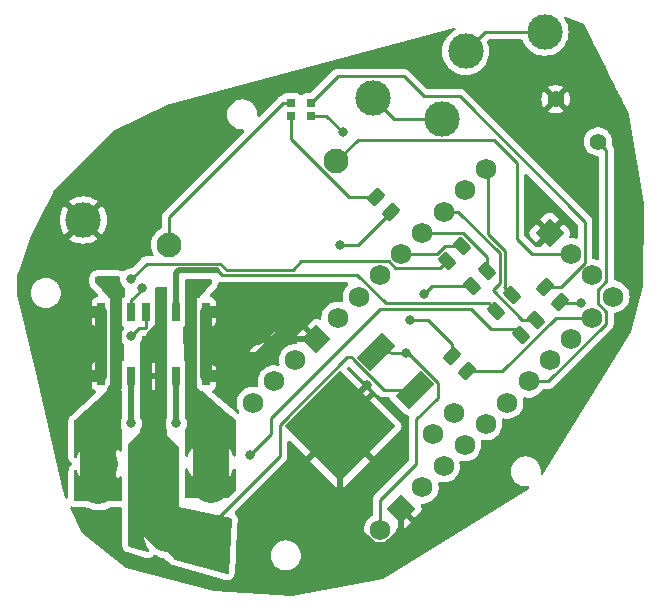
<source format=gbr>
%TF.GenerationSoftware,KiCad,Pcbnew,7.0.6*%
%TF.CreationDate,2024-08-01T17:58:24-04:00*%
%TF.ProjectId,Arduino_Motor_Shield,41726475-696e-46f5-9f4d-6f746f725f53,rev?*%
%TF.SameCoordinates,Original*%
%TF.FileFunction,Copper,L1,Top*%
%TF.FilePolarity,Positive*%
%FSLAX46Y46*%
G04 Gerber Fmt 4.6, Leading zero omitted, Abs format (unit mm)*
G04 Created by KiCad (PCBNEW 7.0.6) date 2024-08-01 17:58:24*
%MOMM*%
%LPD*%
G01*
G04 APERTURE LIST*
G04 Aperture macros list*
%AMRoundRect*
0 Rectangle with rounded corners*
0 $1 Rounding radius*
0 $2 $3 $4 $5 $6 $7 $8 $9 X,Y pos of 4 corners*
0 Add a 4 corners polygon primitive as box body*
4,1,4,$2,$3,$4,$5,$6,$7,$8,$9,$2,$3,0*
0 Add four circle primitives for the rounded corners*
1,1,$1+$1,$2,$3*
1,1,$1+$1,$4,$5*
1,1,$1+$1,$6,$7*
1,1,$1+$1,$8,$9*
0 Add four rect primitives between the rounded corners*
20,1,$1+$1,$2,$3,$4,$5,0*
20,1,$1+$1,$4,$5,$6,$7,0*
20,1,$1+$1,$6,$7,$8,$9,0*
20,1,$1+$1,$8,$9,$2,$3,0*%
%AMHorizOval*
0 Thick line with rounded ends*
0 $1 width*
0 $2 $3 position (X,Y) of the first rounded end (center of the circle)*
0 $4 $5 position (X,Y) of the second rounded end (center of the circle)*
0 Add line between two ends*
20,1,$1,$2,$3,$4,$5,0*
0 Add two circle primitives to create the rounded ends*
1,1,$1,$2,$3*
1,1,$1,$4,$5*%
%AMRotRect*
0 Rectangle, with rotation*
0 The origin of the aperture is its center*
0 $1 length*
0 $2 width*
0 $3 Rotation angle, in degrees counterclockwise*
0 Add horizontal line*
21,1,$1,$2,0,0,$3*%
G04 Aperture macros list end*
%TA.AperFunction,ComponentPad*%
%ADD10C,3.000000*%
%TD*%
%TA.AperFunction,SMDPad,CuDef*%
%ADD11RoundRect,0.250000X0.132583X-0.503814X0.503814X-0.132583X-0.132583X0.503814X-0.503814X0.132583X0*%
%TD*%
%TA.AperFunction,SMDPad,CuDef*%
%ADD12RoundRect,0.250000X-0.503814X-0.132583X-0.132583X-0.503814X0.503814X0.132583X0.132583X0.503814X0*%
%TD*%
%TA.AperFunction,ComponentPad*%
%ADD13C,1.400000*%
%TD*%
%TA.AperFunction,ComponentPad*%
%ADD14HorizOval,1.400000X0.000000X0.000000X0.000000X0.000000X0*%
%TD*%
%TA.AperFunction,SMDPad,CuDef*%
%ADD15RoundRect,0.250000X-0.132583X0.503814X-0.503814X0.132583X0.132583X-0.503814X0.503814X-0.132583X0*%
%TD*%
%TA.AperFunction,SMDPad,CuDef*%
%ADD16R,0.650000X1.525000*%
%TD*%
%TA.AperFunction,SMDPad,CuDef*%
%ADD17RotRect,1.600000X3.000000X135.000000*%
%TD*%
%TA.AperFunction,SMDPad,CuDef*%
%ADD18RotRect,6.700000X6.700000X225.000000*%
%TD*%
%TA.AperFunction,SMDPad,CuDef*%
%ADD19RoundRect,0.250000X0.503814X0.132583X0.132583X0.503814X-0.503814X-0.132583X-0.132583X-0.503814X0*%
%TD*%
%TA.AperFunction,SMDPad,CuDef*%
%ADD20R,0.800000X0.700000*%
%TD*%
%TA.AperFunction,ComponentPad*%
%ADD21C,1.727200*%
%TD*%
%TA.AperFunction,ComponentPad*%
%ADD22RotRect,1.727200X1.727200X315.000000*%
%TD*%
%TA.AperFunction,ComponentPad*%
%ADD23RotRect,2.100000X2.100000X135.000000*%
%TD*%
%TA.AperFunction,ComponentPad*%
%ADD24C,2.100000*%
%TD*%
%TA.AperFunction,ViaPad*%
%ADD25C,0.800000*%
%TD*%
%TA.AperFunction,Conductor*%
%ADD26C,0.508000*%
%TD*%
%TA.AperFunction,Conductor*%
%ADD27C,1.016000*%
%TD*%
%TA.AperFunction,Conductor*%
%ADD28C,3.048000*%
%TD*%
%TA.AperFunction,Conductor*%
%ADD29C,0.250000*%
%TD*%
%TA.AperFunction,Conductor*%
%ADD30C,0.254000*%
%TD*%
G04 APERTURE END LIST*
D10*
%TO.P,H2,1,1*%
%TO.N,GND*%
X121793000Y-78539500D03*
%TD*%
D11*
%TO.P,R4,1*%
%TO.N,Net-(IC1-PWM)*%
X156770565Y-86199505D03*
%TO.P,R4,2*%
%TO.N,Net-(A1-PadD9)*%
X158061035Y-84909035D03*
%TD*%
D12*
%TO.P,R9,1*%
%TO.N,Net-(LED1-K_RED)*%
X153014530Y-90022530D03*
%TO.P,R9,2*%
%TO.N,Net-(A1-D11_MOSI)*%
X154305000Y-91313000D03*
%TD*%
D13*
%TO.P,R6,1*%
%TO.N,Net-(IC1-CS)*%
X165372051Y-71900051D03*
D14*
%TO.P,R6,2*%
%TO.N,GND*%
X161779949Y-68307949D03*
%TD*%
D15*
%TO.P,R2,1*%
%TO.N,Net-(A1-PadD5)*%
X153889105Y-80737105D03*
%TO.P,R2,2*%
%TO.N,Net-(IC1-INA)*%
X152598635Y-82027575D03*
%TD*%
D10*
%TO.P,H1,1,1*%
%TO.N,+24V*%
X128905000Y-105156000D03*
%TD*%
%TO.P,H6,1,1*%
%TO.N,Net-(A1-A5{slash}SCL)*%
X152146000Y-69977000D03*
%TD*%
%TO.P,H7,1,1*%
%TO.N,Net-(A1-A5{slash}SCL)*%
X146304000Y-68199000D03*
%TD*%
D16*
%TO.P,IC1,1,GNDA_1*%
%TO.N,GND*%
X123316999Y-91739001D03*
%TO.P,IC1,2,OUTA_1*%
%TO.N,/OUTA*%
X124586999Y-91739001D03*
%TO.P,IC1,3,INA*%
%TO.N,Net-(IC1-INA)*%
X125856999Y-91739001D03*
%TO.P,IC1,4,VCC_1*%
%TO.N,+24V*%
X127126999Y-91739001D03*
%TO.P,IC1,5,VCC_2*%
X128396999Y-91739001D03*
%TO.P,IC1,6,INB*%
%TO.N,Net-(IC1-INB)*%
X129666999Y-91739001D03*
%TO.P,IC1,7,OUTB_1*%
%TO.N,/OUTB*%
X130936999Y-91739001D03*
%TO.P,IC1,8,GNDB_1*%
%TO.N,GND*%
X132206999Y-91739001D03*
%TO.P,IC1,9,GNDB_2*%
X132206999Y-86315001D03*
%TO.P,IC1,10,OUTB_2*%
%TO.N,/OUTB*%
X130936999Y-86315001D03*
%TO.P,IC1,11,PWM*%
%TO.N,Net-(IC1-PWM)*%
X129666999Y-86315001D03*
%TO.P,IC1,12,VCC_3*%
%TO.N,+24V*%
X128396999Y-86315001D03*
%TO.P,IC1,13,CS*%
%TO.N,Net-(IC1-CS)*%
X127126999Y-86315001D03*
%TO.P,IC1,14,SEL0*%
%TO.N,Net-(IC1-SEL0)*%
X125856999Y-86315001D03*
%TO.P,IC1,15,OUTA_2*%
%TO.N,/OUTA*%
X124586999Y-86315001D03*
%TO.P,IC1,16,GNDA_2*%
%TO.N,GND*%
X123316999Y-86315001D03*
%TD*%
D10*
%TO.P,H4,1,1*%
%TO.N,/OUTB*%
X132587998Y-99060000D03*
%TD*%
D15*
%TO.P,R3,1*%
%TO.N,Net-(A1-PadD6)*%
X155975070Y-82823070D03*
%TO.P,R3,2*%
%TO.N,Net-(IC1-INB)*%
X154684600Y-84113540D03*
%TD*%
D12*
%TO.P,R8,1*%
%TO.N,Net-(LED1-K_GREEN)*%
X160888530Y-84180530D03*
%TO.P,R8,2*%
%TO.N,Net-(A1-D10_CS)*%
X162179000Y-85471000D03*
%TD*%
D10*
%TO.P,H5,1,1*%
%TO.N,Net-(A1-A4{slash}SDA)*%
X160875421Y-62614618D03*
%TD*%
%TO.P,H3,1,1*%
%TO.N,/OUTA*%
X123189998Y-99186998D03*
%TD*%
D17*
%TO.P,IC2,1,INPUT*%
%TO.N,+24V*%
X149838606Y-92936086D03*
D18*
%TO.P,IC2,2,GND*%
%TO.N,GND*%
X143510000Y-96012000D03*
D17*
%TO.P,IC2,3,OUTPUT*%
%TO.N,+5V*%
X146585914Y-89683394D03*
%TD*%
D11*
%TO.P,R5,1*%
%TO.N,Net-(IC1-SEL0)*%
X158856530Y-88285470D03*
%TO.P,R5,2*%
%TO.N,Net-(A1-PadD7)*%
X160147000Y-86995000D03*
%TD*%
D19*
%TO.P,R7,1*%
%TO.N,Net-(A1-D3_INT1)*%
X147828000Y-77851000D03*
%TO.P,R7,2*%
%TO.N,Net-(LED1-K_BLUE)*%
X146537530Y-76560530D03*
%TD*%
D10*
%TO.P,H8,1,1*%
%TO.N,Net-(A1-A4{slash}SDA)*%
X154178000Y-64262000D03*
%TD*%
D20*
%TO.P,LED1,1,K_RED*%
%TO.N,Net-(LED1-K_RED)*%
X141097000Y-69723000D03*
%TO.P,LED1,2,K_BLUE*%
%TO.N,Net-(LED1-K_BLUE)*%
X139397000Y-69723000D03*
%TO.P,LED1,3,COM_A*%
%TO.N,+5V*%
X139397000Y-68623000D03*
%TO.P,LED1,4,K_GREEN*%
%TO.N,Net-(LED1-K_GREEN)*%
X141097000Y-68623000D03*
%TD*%
D21*
%TO.P,A1,A0,A0*%
%TO.N,Net-(IC1-CS)*%
X159493949Y-92201358D03*
%TO.P,A1,A1,A1*%
%TO.N,unconnected-(A1-PadA1)*%
X157697898Y-93997409D03*
%TO.P,A1,A2,A2*%
%TO.N,unconnected-(A1-PadA2)*%
X155901847Y-95793461D03*
%TO.P,A1,A3,A3*%
%TO.N,unconnected-(A1-PadA3)*%
X154105795Y-97589512D03*
%TO.P,A1,A4,A4/SDA*%
%TO.N,Net-(A1-A4{slash}SDA)*%
X153207770Y-94895435D03*
%TO.P,A1,A5,A5/SCL*%
%TO.N,Net-(A1-A5{slash}SCL)*%
X151411719Y-96691486D03*
%TO.P,A1,A6,A6*%
%TO.N,Net-(A1-PadA6)*%
X163086052Y-81425051D03*
%TO.P,A1,A7,A7*%
%TO.N,unconnected-(A1-PadA7)*%
X164882103Y-83221102D03*
%TO.P,A1,D0,D0/RX*%
%TO.N,unconnected-(A1-D0{slash}RX-PadD0)*%
X137941334Y-92201358D03*
%TO.P,A1,D1,D1/TX*%
%TO.N,unconnected-(A1-D1{slash}TX-PadD1)*%
X136145283Y-93997409D03*
%TO.P,A1,D2,D2_INT0*%
%TO.N,unconnected-(A1-D2_INT0-PadD2)*%
X143329488Y-86813205D03*
%TO.P,A1,D3,D3_INT1*%
%TO.N,Net-(A1-D3_INT1)*%
X145125539Y-85017153D03*
%TO.P,A1,D4,D4*%
%TO.N,unconnected-(A1-PadD4)*%
X146921591Y-83221102D03*
%TO.P,A1,D5,D5*%
%TO.N,Net-(A1-PadD5)*%
X148717642Y-81425051D03*
%TO.P,A1,D6,D6*%
%TO.N,Net-(A1-PadD6)*%
X150513693Y-79629000D03*
%TO.P,A1,D7,D7*%
%TO.N,Net-(A1-PadD7)*%
X152309744Y-77832948D03*
%TO.P,A1,D8,D8*%
%TO.N,unconnected-(A1-PadD8)*%
X154105795Y-76036897D03*
%TO.P,A1,D9,D9*%
%TO.N,Net-(A1-PadD9)*%
X155901847Y-74240846D03*
%TO.P,A1,D10,D10_CS*%
%TO.N,Net-(A1-D10_CS)*%
X166678154Y-85017153D03*
%TO.P,A1,D11,D11_MOSI*%
%TO.N,Net-(A1-D11_MOSI)*%
X164882103Y-86813205D03*
%TO.P,A1,D12,D12_MISO*%
%TO.N,unconnected-(A1-D12_MISO-PadD12)*%
X163086052Y-88609256D03*
%TO.P,A1,D13,D13_SCK*%
%TO.N,unconnected-(A1-D13_SCK-PadD13)*%
X161290000Y-90405307D03*
D22*
%TO.P,A1,GND1,GND*%
%TO.N,GND*%
X141533437Y-88609256D03*
%TO.P,A1,GND2,GND*%
X148717642Y-102977666D03*
%TO.P,A1,GND3,GND*%
X161290000Y-79629000D03*
D21*
%TO.P,A1,RAW,RAW*%
%TO.N,+5V*%
X146921591Y-104773717D03*
%TO.P,A1,RST1,RESET*%
%TO.N,unconnected-(A1-RESET-PadRST1)*%
X139737386Y-90405307D03*
%TO.P,A1,RST2,RESET*%
%TO.N,unconnected-(A1-RESET-PadRST2)*%
X150513693Y-101181614D03*
%TO.P,A1,Vcc1,Vcc*%
%TO.N,unconnected-(A1-Vcc-PadVcc1)*%
X152309744Y-99385563D03*
%TD*%
D23*
%TO.P,R1,A*%
%TO.N,GND*%
X136154233Y-87705835D03*
D24*
%TO.P,R1,E*%
%TO.N,+5V*%
X129083165Y-80634767D03*
%TO.P,R1,S*%
%TO.N,Net-(A1-PadA6)*%
X143225301Y-73563699D03*
%TD*%
D25*
%TO.N,GND*%
X121031000Y-93345000D03*
X121031000Y-89661999D03*
X121031000Y-84328000D03*
X133730998Y-89661999D03*
X121031000Y-88392000D03*
X121030999Y-92075000D03*
X121031000Y-85597999D03*
X133730998Y-88392000D03*
X121030999Y-90932000D03*
X133730999Y-90931999D03*
X145837990Y-92541010D03*
X133730998Y-87121999D03*
X121030999Y-87122000D03*
%TO.N,Net-(IC1-INA)*%
X125856999Y-95758000D03*
X125831842Y-83540842D03*
%TO.N,+24V*%
X127634998Y-102107999D03*
X126110999Y-98298000D03*
X129413000Y-102107999D03*
X126110999Y-100838000D03*
X126110999Y-99567999D03*
X127634998Y-100838000D03*
X129412999Y-98298001D03*
X129412999Y-99568000D03*
X127634999Y-99568000D03*
X126110999Y-102107999D03*
X127634999Y-98298000D03*
X129413000Y-100838000D03*
%TO.N,Net-(IC1-INB)*%
X129666999Y-95758000D03*
X150622000Y-84836000D03*
%TO.N,+5V*%
X149098000Y-89789000D03*
%TO.N,Net-(IC1-SEL0)*%
X135890000Y-98425000D03*
X126745998Y-84328000D03*
%TO.N,Net-(IC1-CS)*%
X125857000Y-88392000D03*
%TO.N,Net-(A1-D10_CS)*%
X163957000Y-85598000D03*
%TO.N,Net-(A1-D3_INT1)*%
X143510000Y-80645000D03*
%TO.N,Net-(LED1-K_RED)*%
X149479000Y-86995000D03*
X143764000Y-71120000D03*
%TD*%
D26*
%TO.N,GND*%
X148717642Y-104841034D02*
X148717642Y-102977666D01*
D27*
X121837999Y-86314999D02*
X121792999Y-86360000D01*
X133685999Y-91738999D02*
X133730998Y-91693999D01*
D28*
X136154233Y-87705835D02*
X137246068Y-86614000D01*
D26*
X141533437Y-88609256D02*
X137057654Y-88609256D01*
D27*
X132206999Y-91738999D02*
X132206999Y-86315001D01*
D26*
X145837990Y-92541010D02*
X143510000Y-94869000D01*
D27*
X132206999Y-91738999D02*
X133685999Y-91738999D01*
X123316998Y-91738999D02*
X123316999Y-86314999D01*
D26*
X146375823Y-106091317D02*
X147467359Y-106091317D01*
X133646999Y-86190000D02*
X133477000Y-86360000D01*
X147467359Y-106091317D02*
X148717642Y-104841034D01*
D27*
X123316998Y-91738999D02*
X121837999Y-91739000D01*
X132206999Y-86315001D02*
X133431999Y-86314999D01*
D26*
X143510000Y-103225494D02*
X146375823Y-106091317D01*
X137057654Y-88609256D02*
X136154233Y-87705835D01*
D27*
X121837999Y-91739000D02*
X121792999Y-91694000D01*
X133431999Y-86314999D02*
X133477000Y-86360000D01*
X123316999Y-86314999D02*
X121837999Y-86314999D01*
D26*
X143510000Y-94869000D02*
X143510000Y-103225494D01*
D28*
X136778997Y-86614000D02*
X133730998Y-89661999D01*
X137246068Y-86614000D02*
X136778997Y-86614000D01*
%TO.N,/OUTA*%
X123189999Y-99186999D02*
X123062999Y-99059999D01*
D27*
X124586999Y-90424000D02*
X124586999Y-92710000D01*
D28*
X123062999Y-97282000D02*
X123062999Y-101091999D01*
D27*
X124586999Y-86315000D02*
X124586999Y-90424000D01*
D28*
X123062999Y-99059999D02*
X123062999Y-97282000D01*
D27*
X124586999Y-86315000D02*
X124586999Y-85090000D01*
X124333000Y-92963999D02*
X124333000Y-93472000D01*
X124586999Y-92710000D02*
X124333000Y-92963999D01*
X124586999Y-91739000D02*
X124586999Y-90424000D01*
D29*
%TO.N,Net-(IC1-INA)*%
X125831842Y-83540842D02*
X127147683Y-82225001D01*
X152012559Y-82613651D02*
X152598635Y-82027575D01*
X147639231Y-82027575D02*
X148225307Y-82613651D01*
X133923000Y-82742000D02*
X139527078Y-82742000D01*
D26*
X125856999Y-95758000D02*
X125856999Y-91738999D01*
D29*
X148225307Y-82613651D02*
X152012559Y-82613651D01*
X127147683Y-82225001D02*
X133406001Y-82225001D01*
X140241503Y-82027575D02*
X147639231Y-82027575D01*
X139527078Y-82742000D02*
X140241503Y-82027575D01*
X133406001Y-82225001D02*
X133923000Y-82742000D01*
D28*
%TO.N,+24V*%
X127889000Y-104140000D02*
X127889000Y-103505000D01*
X130302000Y-105918000D02*
X132334000Y-105918000D01*
D29*
X138447385Y-98534615D02*
X132334000Y-104648000D01*
D28*
X127889000Y-103505000D02*
X130302000Y-105918000D01*
X128905000Y-105156000D02*
X127889000Y-104140000D01*
D29*
X144634568Y-90312990D02*
X144634568Y-90278568D01*
X144526000Y-90170000D02*
X144154766Y-90170000D01*
D27*
X127126999Y-90170001D02*
X127634999Y-90170000D01*
D29*
X149838606Y-92936086D02*
X147257664Y-92936086D01*
D27*
X127126999Y-91739000D02*
X127126999Y-90170001D01*
D29*
X132334000Y-104648000D02*
X132334000Y-105918000D01*
D27*
X128397000Y-91739000D02*
X128397000Y-92963999D01*
X127634998Y-88392000D02*
X127634999Y-90170000D01*
X128396999Y-84836001D02*
X128397000Y-86314999D01*
D29*
X138447385Y-95877381D02*
X138447385Y-98534615D01*
D27*
X127126999Y-91739000D02*
X127126999Y-92964000D01*
X128396999Y-87629999D02*
X127634998Y-88392000D01*
X127634999Y-90170000D02*
X128396999Y-90170000D01*
X128397000Y-86314999D02*
X128396999Y-87629999D01*
X128396999Y-90170000D02*
X128397000Y-91739000D01*
D29*
X147257664Y-92936086D02*
X144634568Y-90312990D01*
X144634568Y-90278568D02*
X144526000Y-90170000D01*
X144154766Y-90170000D02*
X138447385Y-95877381D01*
D26*
%TO.N,Net-(IC1-INB)*%
X129666999Y-95758000D02*
X129666998Y-91738999D01*
D29*
X151344460Y-84113540D02*
X150622000Y-84836000D01*
X154684600Y-84113540D02*
X151344460Y-84113540D01*
D27*
%TO.N,/OUTB*%
X130936999Y-86315000D02*
X130936999Y-84836000D01*
X130936999Y-91739000D02*
X130936999Y-92964000D01*
X130936999Y-84836000D02*
X131190999Y-84582000D01*
D28*
X132587999Y-99059999D02*
X132588000Y-97154999D01*
D27*
X130936999Y-90424000D02*
X130936999Y-91739000D01*
X130936999Y-86315000D02*
X130936999Y-90424000D01*
D28*
X132587999Y-99059999D02*
X132587999Y-100965000D01*
D27*
X130936999Y-92964000D02*
X131444999Y-93472000D01*
D29*
%TO.N,Net-(IC1-PWM)*%
X156770565Y-86199505D02*
X156169060Y-85598000D01*
D26*
X129666999Y-83058000D02*
X129666999Y-86314999D01*
X133131499Y-82804000D02*
X129920999Y-82804001D01*
D29*
X156169060Y-85598000D02*
X147387321Y-85598000D01*
X147387321Y-85598000D02*
X144981321Y-83192000D01*
D26*
X129920999Y-82804001D02*
X129666999Y-83058000D01*
D29*
X144981321Y-83192000D02*
X133519499Y-83192000D01*
X133519499Y-83192000D02*
X133131499Y-82804000D01*
D30*
%TO.N,+5V*%
X129083165Y-78282835D02*
X129083165Y-80634767D01*
D29*
X146921591Y-102252409D02*
X146921591Y-104773717D01*
X149166856Y-89683394D02*
X151789952Y-92306490D01*
D30*
X139397000Y-68623000D02*
X138743000Y-68623000D01*
X138743000Y-68623000D02*
X129083165Y-78282835D01*
D29*
X151789952Y-92306490D02*
X151789952Y-93565678D01*
X146585914Y-89683394D02*
X149098000Y-89789000D01*
X149098000Y-89789000D02*
X149166856Y-89683394D01*
X149987000Y-95368630D02*
X149987000Y-99187000D01*
X149987000Y-99187000D02*
X146921591Y-102252409D01*
X151789952Y-93565678D02*
X149987000Y-95368630D01*
D30*
%TO.N,Net-(IC1-SEL0)*%
X126872998Y-84328000D02*
X126745998Y-84454999D01*
X125856998Y-85344000D02*
X126745998Y-84454999D01*
X125856999Y-86315001D02*
X125856998Y-85344000D01*
D29*
X137683000Y-95305999D02*
X137683000Y-96632000D01*
X146940999Y-86048000D02*
X137683000Y-95305999D01*
X156312048Y-87732048D02*
X154628000Y-86048000D01*
D30*
X126745998Y-84454999D02*
X126745998Y-84328000D01*
D29*
X154628000Y-86048000D02*
X146940999Y-86048000D01*
X158303108Y-87732048D02*
X156312048Y-87732048D01*
X137683000Y-96632000D02*
X135890000Y-98425000D01*
D30*
X126745998Y-84328000D02*
X126872998Y-84328000D01*
D29*
X158856530Y-88285470D02*
X158303108Y-87732048D01*
%TO.N,Net-(A1-A4{slash}SDA)*%
X155825382Y-62614618D02*
X154178000Y-64262000D01*
X160875421Y-62614618D02*
X155825382Y-62614618D01*
%TO.N,Net-(A1-A5{slash}SCL)*%
X148082000Y-69977000D02*
X146304000Y-68199000D01*
X152146000Y-69977000D02*
X148082000Y-69977000D01*
D30*
%TO.N,Net-(IC1-CS)*%
X127126999Y-87719131D02*
X127126999Y-86315000D01*
D29*
X166070703Y-83713437D02*
X165354000Y-84430140D01*
X165354000Y-84430140D02*
X165354000Y-85604167D01*
X166070703Y-86320870D02*
X166070703Y-87305539D01*
X166070703Y-87305539D02*
X161174884Y-92201358D01*
D30*
X126529869Y-87719131D02*
X125857000Y-88392000D01*
X126529869Y-87719131D02*
X127126999Y-87719131D01*
D29*
X161174884Y-92201358D02*
X159493949Y-92201358D01*
X165372051Y-71900051D02*
X166070703Y-72598703D01*
X166070703Y-72598703D02*
X166070703Y-83713437D01*
X165354000Y-85604167D02*
X166070703Y-86320870D01*
%TO.N,Net-(A1-PadA6)*%
X163086052Y-81425051D02*
X159784051Y-81425051D01*
X152948940Y-71755000D02*
X152901940Y-71802000D01*
X145034000Y-71755000D02*
X143225301Y-73563699D01*
X158511035Y-73675035D02*
X156591000Y-71755000D01*
X156591000Y-71755000D02*
X152948940Y-71755000D01*
X158511035Y-80152035D02*
X158511035Y-73675035D01*
X151343060Y-71755000D02*
X145034000Y-71755000D01*
X151390060Y-71802000D02*
X151343060Y-71755000D01*
X159784051Y-81425051D02*
X158511035Y-80152035D01*
X152901940Y-71802000D02*
X151390060Y-71802000D01*
%TO.N,Net-(A1-PadD5)*%
X153889105Y-80737105D02*
X152439536Y-80737105D01*
X152439536Y-80737105D02*
X151751590Y-81425051D01*
X151751590Y-81425051D02*
X148717642Y-81425051D01*
%TO.N,Net-(A1-PadD6)*%
X155975070Y-81638667D02*
X153965403Y-79629000D01*
X155975070Y-82823070D02*
X155975070Y-81638667D01*
X153965403Y-79629000D02*
X150513693Y-79629000D01*
%TO.N,Net-(A1-PadD9)*%
X156083000Y-79748494D02*
X156083000Y-74421999D01*
X157503884Y-81169378D02*
X156083000Y-79748494D01*
X156083000Y-74421999D02*
X155901847Y-74240846D01*
X157503884Y-84092915D02*
X157503884Y-81169378D01*
X157374399Y-84222399D02*
X157503884Y-84092915D01*
X158061035Y-84909035D02*
X157374399Y-84222399D01*
%TO.N,Net-(A1-PadD7)*%
X156464000Y-84496403D02*
X157053884Y-83906519D01*
X160147000Y-86995000D02*
X158962597Y-86995000D01*
X157053884Y-83906519D02*
X157053884Y-81355774D01*
X158962597Y-86995000D02*
X156464000Y-84496403D01*
X153531058Y-77832948D02*
X152309744Y-77832948D01*
X157053884Y-81355774D02*
X153531058Y-77832948D01*
D30*
%TO.N,Net-(A1-D11_MOSI)*%
X161781194Y-86813205D02*
X157281399Y-91313000D01*
X164882103Y-86813205D02*
X161781194Y-86813205D01*
X157281399Y-91313000D02*
X154305000Y-91313000D01*
%TO.N,Net-(A1-D10_CS)*%
X162306000Y-85598000D02*
X162179000Y-85471000D01*
X163957000Y-85598000D02*
X162306000Y-85598000D01*
%TO.N,Net-(A1-D3_INT1)*%
X145034000Y-80645000D02*
X143510000Y-80645000D01*
X147828000Y-77851000D02*
X145034000Y-80645000D01*
%TO.N,Net-(LED1-K_RED)*%
X142367000Y-69723000D02*
X141097000Y-69723000D01*
X143764000Y-71120000D02*
X142367000Y-69723000D01*
X153014530Y-90022530D02*
X153014530Y-89006530D01*
X153014530Y-89006530D02*
X151003000Y-86995000D01*
X151003000Y-86995000D02*
X149479000Y-86995000D01*
%TO.N,Net-(LED1-K_BLUE)*%
X144274759Y-76560530D02*
X139397000Y-71682771D01*
X146537530Y-76560530D02*
X144274759Y-76560530D01*
X139397000Y-71682771D02*
X139397000Y-69723000D01*
%TO.N,Net-(LED1-K_GREEN)*%
X153670000Y-68072000D02*
X164276652Y-78678652D01*
X148922000Y-66372000D02*
X150622000Y-68072000D01*
X164276652Y-78678652D02*
X164276652Y-82142790D01*
X141097000Y-68623000D02*
X143348000Y-66372000D01*
X143348000Y-66372000D02*
X148922000Y-66372000D01*
X162238912Y-84180530D02*
X160888530Y-84180530D01*
X164276652Y-82142790D02*
X162238912Y-84180530D01*
X150622000Y-68072000D02*
X153670000Y-68072000D01*
%TD*%
%TA.AperFunction,Conductor*%
%TO.N,/OUTB*%
G36*
X131880314Y-99539822D02*
G01*
X132000007Y-99680735D01*
X132147193Y-99792623D01*
X132189400Y-99812150D01*
X131361434Y-100640115D01*
X131503958Y-100746807D01*
X131503959Y-100746808D01*
X131755040Y-100883908D01*
X131755039Y-100883908D01*
X132023102Y-100983890D01*
X132302635Y-101044699D01*
X132587997Y-101065109D01*
X132587999Y-101065109D01*
X132873360Y-101044699D01*
X133152893Y-100983890D01*
X133420956Y-100883908D01*
X133672045Y-100746803D01*
X133814559Y-100640116D01*
X133814560Y-100640115D01*
X132986607Y-99812161D01*
X133105429Y-99740669D01*
X133239656Y-99613523D01*
X133342859Y-99461308D01*
X134168113Y-100286562D01*
X134168114Y-100286561D01*
X134274801Y-100144047D01*
X134411906Y-99892957D01*
X134411908Y-99892953D01*
X134506816Y-99638495D01*
X134548687Y-99582561D01*
X134614152Y-99558144D01*
X134682425Y-99572996D01*
X134731830Y-99622401D01*
X134746998Y-99681828D01*
X134746998Y-101299049D01*
X134727313Y-101366088D01*
X134710679Y-101386730D01*
X134025729Y-102071679D01*
X133964406Y-102105164D01*
X133938048Y-102107998D01*
X130552999Y-102107998D01*
X130485960Y-102088313D01*
X130440205Y-102035509D01*
X130428999Y-101983998D01*
X130428999Y-99681831D01*
X130448684Y-99614792D01*
X130501488Y-99569037D01*
X130570646Y-99559093D01*
X130634202Y-99588118D01*
X130669181Y-99638498D01*
X130764087Y-99892953D01*
X130764089Y-99892957D01*
X130901189Y-100144038D01*
X130901194Y-100144046D01*
X131007880Y-100286561D01*
X131007881Y-100286562D01*
X131836764Y-99457679D01*
X131880314Y-99539822D01*
G37*
%TD.AperFunction*%
%TA.AperFunction,Conductor*%
G36*
X132658037Y-83578185D02*
G01*
X132703792Y-83630989D01*
X132714998Y-83682500D01*
X132714998Y-83775105D01*
X132695313Y-83842144D01*
X132686257Y-83854488D01*
X131663223Y-85082128D01*
X131605184Y-85121027D01*
X131535327Y-85122373D01*
X131508542Y-85111580D01*
X131504091Y-85109150D01*
X131369375Y-85058903D01*
X131369371Y-85058902D01*
X131309843Y-85052501D01*
X131186999Y-85052501D01*
X131186999Y-87598135D01*
X131195664Y-87614004D01*
X131198498Y-87640362D01*
X131198498Y-90413640D01*
X131186999Y-90452800D01*
X131186998Y-93001501D01*
X131309827Y-93001501D01*
X131309843Y-93001500D01*
X131369371Y-92995099D01*
X131369375Y-92995098D01*
X131504092Y-92944851D01*
X131511875Y-92940602D01*
X131513664Y-92943879D01*
X131562484Y-92925557D01*
X131630787Y-92940270D01*
X131632643Y-92941461D01*
X131639669Y-92945298D01*
X131768564Y-92993372D01*
X131805328Y-93014894D01*
X134001219Y-94872955D01*
X134611942Y-95389722D01*
X134703095Y-95466851D01*
X134741557Y-95525182D01*
X134746998Y-95561511D01*
X134746998Y-98438171D01*
X134727313Y-98505210D01*
X134674509Y-98550965D01*
X134605351Y-98560909D01*
X134541795Y-98531884D01*
X134506816Y-98481505D01*
X134411906Y-98227041D01*
X134274806Y-97975961D01*
X134274805Y-97975960D01*
X134168113Y-97833436D01*
X133339230Y-98662319D01*
X133295682Y-98580178D01*
X133175989Y-98439265D01*
X133028803Y-98327377D01*
X132986594Y-98307848D01*
X133814560Y-97479883D01*
X133814559Y-97479882D01*
X133672044Y-97373196D01*
X133672036Y-97373191D01*
X133420955Y-97236091D01*
X133420956Y-97236091D01*
X133152893Y-97136109D01*
X132873360Y-97075300D01*
X132587999Y-97054891D01*
X132587997Y-97054891D01*
X132302635Y-97075300D01*
X132023102Y-97136109D01*
X131755039Y-97236091D01*
X131503959Y-97373191D01*
X131503951Y-97373196D01*
X131361434Y-97479882D01*
X131361434Y-97479883D01*
X132189388Y-98307838D01*
X132070567Y-98379331D01*
X131936340Y-98506477D01*
X131833136Y-98658691D01*
X131007881Y-97833436D01*
X131007880Y-97833437D01*
X130901194Y-97975953D01*
X130901189Y-97975961D01*
X130764089Y-98227041D01*
X130669181Y-98481502D01*
X130627309Y-98537435D01*
X130561845Y-98561852D01*
X130493572Y-98547000D01*
X130444167Y-98497595D01*
X130428999Y-98438168D01*
X130428999Y-96520001D01*
X130428999Y-96520000D01*
X130424436Y-96282726D01*
X130441023Y-96218350D01*
X130494178Y-96126284D01*
X130552673Y-95946256D01*
X130572459Y-95758000D01*
X130552673Y-95569744D01*
X130494178Y-95389716D01*
X130438111Y-95292605D01*
X130421498Y-95230605D01*
X130421498Y-93124208D01*
X130441183Y-93057169D01*
X130493987Y-93011414D01*
X130558760Y-93000919D01*
X130564169Y-93001500D01*
X130564171Y-93001501D01*
X130686999Y-93001501D01*
X130686999Y-90476501D01*
X130564154Y-90476501D01*
X130504626Y-90482902D01*
X130504615Y-90482905D01*
X130478211Y-90492753D01*
X130408519Y-90497737D01*
X130347196Y-90464251D01*
X130313712Y-90402927D01*
X130310902Y-90378955D01*
X130258621Y-87660310D01*
X130277012Y-87592909D01*
X130328926Y-87546147D01*
X130397881Y-87534876D01*
X130425931Y-87541748D01*
X130504622Y-87571098D01*
X130504626Y-87571099D01*
X130564154Y-87577500D01*
X130564171Y-87577501D01*
X130686999Y-87577501D01*
X130686999Y-85052501D01*
X130564153Y-85052501D01*
X130558746Y-85053083D01*
X130489987Y-85040674D01*
X130438853Y-84993060D01*
X130421499Y-84929796D01*
X130421499Y-83682499D01*
X130441184Y-83615460D01*
X130493988Y-83569706D01*
X130545499Y-83558500D01*
X132590998Y-83558500D01*
X132658037Y-83578185D01*
G37*
%TD.AperFunction*%
%TD*%
%TA.AperFunction,Conductor*%
%TO.N,/OUTA*%
G36*
X122482314Y-99666820D02*
G01*
X122602007Y-99807733D01*
X122749193Y-99919621D01*
X122791400Y-99939148D01*
X121963434Y-100767113D01*
X122105958Y-100873805D01*
X122105959Y-100873806D01*
X122357040Y-101010906D01*
X122357039Y-101010906D01*
X122625102Y-101110888D01*
X122904635Y-101171697D01*
X123189997Y-101192107D01*
X123189999Y-101192107D01*
X123475360Y-101171697D01*
X123754893Y-101110888D01*
X124022956Y-101010906D01*
X124274045Y-100873801D01*
X124416559Y-100767114D01*
X124416560Y-100767113D01*
X123588607Y-99939159D01*
X123707429Y-99867667D01*
X123841656Y-99740521D01*
X123944859Y-99588306D01*
X124770113Y-100413560D01*
X124770114Y-100413559D01*
X124871733Y-100277816D01*
X124927666Y-100235945D01*
X124997358Y-100230961D01*
X125058681Y-100264447D01*
X125092165Y-100325770D01*
X125094999Y-100352127D01*
X125094999Y-102238001D01*
X125075314Y-102305040D01*
X125022510Y-102350795D01*
X124970999Y-102362001D01*
X121154999Y-102362001D01*
X121087960Y-102342316D01*
X121042205Y-102289512D01*
X121030999Y-102238001D01*
X121030999Y-101110888D01*
X121030999Y-99808825D01*
X121050683Y-99741790D01*
X121103486Y-99696035D01*
X121172645Y-99686091D01*
X121236201Y-99715116D01*
X121271180Y-99765495D01*
X121366089Y-100019955D01*
X121503189Y-100271036D01*
X121503194Y-100271044D01*
X121609880Y-100413559D01*
X121609881Y-100413560D01*
X122438764Y-99584677D01*
X122482314Y-99666820D01*
G37*
%TD.AperFunction*%
%TA.AperFunction,Conductor*%
G36*
X124879757Y-83331685D02*
G01*
X124925512Y-83384489D01*
X124936038Y-83448960D01*
X124926382Y-83540842D01*
X124946168Y-83729098D01*
X124946169Y-83729101D01*
X125004660Y-83909119D01*
X125004663Y-83909126D01*
X125099309Y-84073058D01*
X125191239Y-84175156D01*
X125225971Y-84213730D01*
X125225975Y-84213733D01*
X125277864Y-84251432D01*
X125320530Y-84306761D01*
X125328957Y-84354135D01*
X125316746Y-84989084D01*
X125306561Y-85035968D01*
X125304872Y-85039869D01*
X125260172Y-85093569D01*
X125193535Y-85114577D01*
X125147747Y-85106783D01*
X125019378Y-85058904D01*
X125019371Y-85058902D01*
X124959843Y-85052501D01*
X124836999Y-85052501D01*
X124836998Y-87577501D01*
X124959827Y-87577501D01*
X124959843Y-87577500D01*
X125019371Y-87571099D01*
X125019379Y-87571097D01*
X125094991Y-87542895D01*
X125164683Y-87537909D01*
X125226006Y-87571394D01*
X125259492Y-87632716D01*
X125254508Y-87702408D01*
X125230476Y-87742048D01*
X125124466Y-87859784D01*
X125029821Y-88023715D01*
X125029818Y-88023722D01*
X124993686Y-88134927D01*
X124971326Y-88203744D01*
X124951540Y-88392000D01*
X124971326Y-88580256D01*
X124971327Y-88580259D01*
X125029818Y-88760277D01*
X125029821Y-88760284D01*
X125124467Y-88924216D01*
X125165779Y-88970097D01*
X125205863Y-89014615D01*
X125236093Y-89077606D01*
X125237690Y-89099971D01*
X125213095Y-90378955D01*
X125192125Y-90445604D01*
X125138451Y-90490335D01*
X125069114Y-90498947D01*
X125045785Y-90492753D01*
X125019379Y-90482904D01*
X125019371Y-90482902D01*
X124959843Y-90476501D01*
X124836999Y-90476501D01*
X124836998Y-93001500D01*
X124836999Y-93001501D01*
X124959825Y-93001501D01*
X124965235Y-93000919D01*
X125033996Y-93013320D01*
X125085136Y-93060927D01*
X125102499Y-93124208D01*
X125102499Y-95230606D01*
X125085887Y-95292605D01*
X125029819Y-95389718D01*
X125029817Y-95389722D01*
X124974963Y-95558547D01*
X124971325Y-95569744D01*
X124951539Y-95758000D01*
X124971325Y-95946256D01*
X124971326Y-95946259D01*
X125029817Y-96126277D01*
X125029820Y-96126284D01*
X125082972Y-96218346D01*
X125099562Y-96282730D01*
X125095000Y-96520000D01*
X125094999Y-98021870D01*
X125075314Y-98088910D01*
X125022510Y-98134664D01*
X124953352Y-98144608D01*
X124889796Y-98115583D01*
X124871732Y-98096181D01*
X124770113Y-97960434D01*
X123941230Y-98789317D01*
X123897682Y-98707176D01*
X123777989Y-98566263D01*
X123630803Y-98454375D01*
X123588594Y-98434847D01*
X124416560Y-97606881D01*
X124416559Y-97606880D01*
X124274044Y-97500194D01*
X124274036Y-97500189D01*
X124022955Y-97363089D01*
X124022956Y-97363089D01*
X123754893Y-97263107D01*
X123475360Y-97202298D01*
X123189999Y-97181889D01*
X123189997Y-97181889D01*
X122904635Y-97202298D01*
X122625102Y-97263107D01*
X122357039Y-97363089D01*
X122105959Y-97500189D01*
X122105951Y-97500194D01*
X121963435Y-97606880D01*
X121963434Y-97606881D01*
X122791389Y-98434835D01*
X122672567Y-98506329D01*
X122538340Y-98633475D01*
X122435136Y-98785689D01*
X121609881Y-97960434D01*
X121609880Y-97960435D01*
X121503194Y-98102951D01*
X121503189Y-98102959D01*
X121366089Y-98354040D01*
X121271180Y-98608500D01*
X121229308Y-98664433D01*
X121163844Y-98688850D01*
X121095571Y-98673998D01*
X121046166Y-98624592D01*
X121030999Y-98565169D01*
X121030999Y-95558547D01*
X121050684Y-95491508D01*
X121071205Y-95467143D01*
X123761959Y-93000619D01*
X123802400Y-92975854D01*
X123884330Y-92945297D01*
X123884334Y-92945293D01*
X123892111Y-92941048D01*
X123893791Y-92944126D01*
X123943435Y-92925549D01*
X124011724Y-92940326D01*
X124012331Y-92940716D01*
X124019903Y-92944850D01*
X124154622Y-92995098D01*
X124154626Y-92995099D01*
X124214154Y-93001500D01*
X124214171Y-93001501D01*
X124336999Y-93001501D01*
X124336999Y-90455868D01*
X124328332Y-90439996D01*
X124325498Y-90413638D01*
X124325498Y-87640364D01*
X124336999Y-87601196D01*
X124336999Y-85052501D01*
X124214154Y-85052501D01*
X124154626Y-85058902D01*
X124154619Y-85058904D01*
X124019904Y-85109149D01*
X124015453Y-85111580D01*
X123947180Y-85126429D01*
X123881716Y-85102008D01*
X123860773Y-85082128D01*
X122837740Y-83854490D01*
X122809944Y-83790387D01*
X122808999Y-83775107D01*
X122808999Y-83436000D01*
X122828684Y-83368961D01*
X122881488Y-83323206D01*
X122932999Y-83312000D01*
X124812718Y-83312000D01*
X124879757Y-83331685D01*
G37*
%TD.AperFunction*%
%TD*%
%TA.AperFunction,Conductor*%
%TO.N,+24V*%
G36*
X128848037Y-84220685D02*
G01*
X128893792Y-84273489D01*
X128904998Y-84325000D01*
X128904998Y-84928986D01*
X128885313Y-84996025D01*
X128832509Y-85041780D01*
X128773219Y-85051411D01*
X128773152Y-85052679D01*
X128769827Y-85052501D01*
X128646999Y-85052501D01*
X128646999Y-87577501D01*
X128769827Y-87577501D01*
X128773152Y-87577323D01*
X128773226Y-87578716D01*
X128836498Y-87590129D01*
X128887637Y-87637737D01*
X128904998Y-87701015D01*
X128904998Y-90352986D01*
X128885313Y-90420025D01*
X128832509Y-90465780D01*
X128773219Y-90475411D01*
X128773152Y-90476679D01*
X128769827Y-90476501D01*
X128646999Y-90476501D01*
X128646999Y-93001501D01*
X128769827Y-93001501D01*
X128773152Y-93001323D01*
X128773226Y-93002718D01*
X128836487Y-93014124D01*
X128887631Y-93061728D01*
X128904997Y-93125015D01*
X128904998Y-95243595D01*
X128888386Y-95305593D01*
X128839820Y-95389714D01*
X128785864Y-95555774D01*
X128781325Y-95569744D01*
X128761539Y-95758000D01*
X128781325Y-95946256D01*
X128781326Y-95946259D01*
X128839817Y-96126277D01*
X128839820Y-96126284D01*
X128888385Y-96210402D01*
X128904998Y-96272401D01*
X128904998Y-96773999D01*
X128904999Y-96774000D01*
X129884681Y-97753682D01*
X129918165Y-97815003D01*
X129920998Y-97841360D01*
X129920999Y-102870000D01*
X134260854Y-103737970D01*
X134322731Y-103770420D01*
X134357241Y-103831172D01*
X134360364Y-103866079D01*
X134120166Y-108429827D01*
X134096985Y-108495740D01*
X134041849Y-108538656D01*
X133972263Y-108544951D01*
X133962507Y-108542606D01*
X129546554Y-107290320D01*
X129487428Y-107253092D01*
X129457815Y-107189808D01*
X129467117Y-107120561D01*
X129512380Y-107067335D01*
X129537051Y-107054842D01*
X129737953Y-106979910D01*
X129737957Y-106979908D01*
X129989047Y-106842803D01*
X130131561Y-106736116D01*
X130131562Y-106736115D01*
X129303609Y-105908162D01*
X129422431Y-105836669D01*
X129556658Y-105709523D01*
X129659861Y-105557308D01*
X130485115Y-106382562D01*
X130485116Y-106382561D01*
X130591803Y-106240047D01*
X130728908Y-105988958D01*
X130828890Y-105720895D01*
X130889699Y-105441362D01*
X130910108Y-105156001D01*
X130910108Y-105155998D01*
X130889699Y-104870637D01*
X130828890Y-104591104D01*
X130728908Y-104323041D01*
X130591808Y-104071961D01*
X130591807Y-104071960D01*
X130485115Y-103929436D01*
X129656232Y-104758319D01*
X129612684Y-104676178D01*
X129492991Y-104535265D01*
X129345805Y-104423377D01*
X129303596Y-104403849D01*
X130131562Y-103575883D01*
X130131561Y-103575882D01*
X129989046Y-103469196D01*
X129989038Y-103469191D01*
X129737957Y-103332091D01*
X129737958Y-103332091D01*
X129469895Y-103232109D01*
X129190362Y-103171300D01*
X128905001Y-103150891D01*
X128904999Y-103150891D01*
X128619637Y-103171300D01*
X128340104Y-103232109D01*
X128072041Y-103332091D01*
X127820961Y-103469191D01*
X127820953Y-103469196D01*
X127678437Y-103575882D01*
X127678436Y-103575883D01*
X128506391Y-104403837D01*
X128387569Y-104475331D01*
X128253342Y-104602477D01*
X128150138Y-104754691D01*
X127324882Y-103929436D01*
X127218196Y-104071953D01*
X127218191Y-104071961D01*
X127081091Y-104323041D01*
X126981109Y-104591104D01*
X126920300Y-104870637D01*
X126899891Y-105155998D01*
X126899891Y-105156001D01*
X126920300Y-105441362D01*
X126981109Y-105720895D01*
X127081091Y-105988958D01*
X127218191Y-106240038D01*
X127218196Y-106240046D01*
X127368961Y-106441445D01*
X127393378Y-106506909D01*
X127378526Y-106575182D01*
X127329121Y-106624587D01*
X127260848Y-106639439D01*
X127235864Y-106635051D01*
X125693169Y-106197570D01*
X125634043Y-106160342D01*
X125604430Y-106097058D01*
X125602999Y-106078286D01*
X125602999Y-97587360D01*
X125622684Y-97520322D01*
X125639313Y-97499685D01*
X126618999Y-96520000D01*
X126618999Y-96272401D01*
X126635611Y-96210403D01*
X126684178Y-96126284D01*
X126742673Y-95946256D01*
X126762459Y-95758000D01*
X126742673Y-95569744D01*
X126684178Y-95389716D01*
X126635610Y-95305593D01*
X126618999Y-95243599D01*
X126618999Y-93125013D01*
X126638684Y-93057974D01*
X126691488Y-93012220D01*
X126750775Y-93002635D01*
X126750846Y-93001323D01*
X126754171Y-93001501D01*
X126876999Y-93001501D01*
X126876999Y-91989001D01*
X127376999Y-91989001D01*
X127376999Y-93001501D01*
X127499827Y-93001501D01*
X127499843Y-93001500D01*
X127559371Y-92995099D01*
X127559375Y-92995098D01*
X127694092Y-92944851D01*
X127701875Y-92940602D01*
X127703588Y-92943739D01*
X127752984Y-92925239D01*
X127821277Y-92939998D01*
X127822757Y-92940948D01*
X127829912Y-92944855D01*
X127964619Y-92995097D01*
X127964626Y-92995099D01*
X128024154Y-93001500D01*
X128024171Y-93001501D01*
X128146999Y-93001501D01*
X128146999Y-91989001D01*
X127376999Y-91989001D01*
X126876999Y-91989001D01*
X126876999Y-90476501D01*
X127376999Y-90476501D01*
X127376999Y-91489001D01*
X128146999Y-91489001D01*
X128146999Y-90476501D01*
X128024154Y-90476501D01*
X127964626Y-90482902D01*
X127964619Y-90482904D01*
X127829912Y-90533146D01*
X127822127Y-90537398D01*
X127820431Y-90534292D01*
X127770758Y-90552780D01*
X127702495Y-90537881D01*
X127701037Y-90536942D01*
X127694085Y-90533146D01*
X127559378Y-90482904D01*
X127559371Y-90482902D01*
X127499843Y-90476501D01*
X127376999Y-90476501D01*
X126876999Y-90476501D01*
X126754171Y-90476501D01*
X126750846Y-90476679D01*
X126750771Y-90475288D01*
X126687489Y-90463868D01*
X126636354Y-90416256D01*
X126618999Y-90352987D01*
X126618999Y-88906404D01*
X126635612Y-88844404D01*
X126684179Y-88760284D01*
X126742674Y-88580256D01*
X126755558Y-88457668D01*
X126782143Y-88393055D01*
X126839440Y-88353070D01*
X126878879Y-88346631D01*
X127055961Y-88346631D01*
X127079197Y-88348828D01*
X127087276Y-88350369D01*
X127087280Y-88350369D01*
X127087285Y-88350370D01*
X127144786Y-88346752D01*
X127148659Y-88346631D01*
X127166469Y-88346631D01*
X127166475Y-88346631D01*
X127184169Y-88344395D01*
X127187997Y-88344033D01*
X127245515Y-88340415D01*
X127253337Y-88337872D01*
X127276127Y-88332778D01*
X127284292Y-88331747D01*
X127337868Y-88310533D01*
X127341505Y-88309224D01*
X127396299Y-88291422D01*
X127403241Y-88287015D01*
X127424049Y-88276413D01*
X127431702Y-88273384D01*
X127478315Y-88239515D01*
X127481517Y-88237340D01*
X127530161Y-88206471D01*
X127535797Y-88200468D01*
X127553310Y-88185028D01*
X127559966Y-88180194D01*
X127596684Y-88135808D01*
X127599252Y-88132896D01*
X127638688Y-88090902D01*
X127638687Y-88090902D01*
X127638692Y-88090898D01*
X127642662Y-88083674D01*
X127655783Y-88064370D01*
X127661024Y-88058035D01*
X127661026Y-88058032D01*
X127677173Y-88023716D01*
X127685556Y-88005901D01*
X127687293Y-88002490D01*
X127715071Y-87951965D01*
X127717118Y-87943987D01*
X127725025Y-87922027D01*
X127728530Y-87914580D01*
X127739327Y-87857975D01*
X127740168Y-87854214D01*
X127754499Y-87798403D01*
X127754499Y-87790167D01*
X127756695Y-87766934D01*
X127756835Y-87766194D01*
X127758238Y-87758845D01*
X127754620Y-87701343D01*
X127754499Y-87697471D01*
X127754499Y-87671320D01*
X127774184Y-87604281D01*
X127826988Y-87558526D01*
X127896146Y-87548582D01*
X127921835Y-87555139D01*
X127964621Y-87571098D01*
X127964626Y-87571099D01*
X128024154Y-87577500D01*
X128024171Y-87577501D01*
X128146999Y-87577501D01*
X128146999Y-85052501D01*
X128024171Y-85052501D01*
X128020846Y-85052679D01*
X128020771Y-85051291D01*
X127957479Y-85039864D01*
X127906348Y-84992246D01*
X127888998Y-84928987D01*
X127888998Y-84325000D01*
X127908683Y-84257961D01*
X127961487Y-84212206D01*
X128012998Y-84201000D01*
X128780998Y-84201000D01*
X128848037Y-84220685D01*
G37*
%TD.AperFunction*%
%TD*%
%TA.AperFunction,Conductor*%
%TO.N,GND*%
G36*
X162693353Y-61318353D02*
G01*
X164169582Y-61958052D01*
X164223267Y-62002768D01*
X164231187Y-62016373D01*
X164240999Y-62035997D01*
X164241000Y-62035999D01*
X164246099Y-62046197D01*
X164281224Y-62116447D01*
X164300513Y-62155025D01*
X164318464Y-62190927D01*
X164321655Y-62197309D01*
X164346358Y-62246715D01*
X164353699Y-62261397D01*
X164353784Y-62261567D01*
X164391815Y-62337629D01*
X164405424Y-62364847D01*
X164439871Y-62433741D01*
X164444866Y-62443731D01*
X164465705Y-62485409D01*
X164852902Y-63259803D01*
X164870419Y-63294837D01*
X164879304Y-63312607D01*
X164937417Y-63428833D01*
X165072468Y-63698935D01*
X165187003Y-63928005D01*
X165288182Y-64130363D01*
X165354001Y-64262001D01*
X165373924Y-64301847D01*
X165896159Y-65346317D01*
X166010694Y-65575387D01*
X166092913Y-65739825D01*
X166094160Y-65742319D01*
X166095113Y-65744225D01*
X166095686Y-65745371D01*
X166095915Y-65745829D01*
X166101430Y-65756859D01*
X166114965Y-65783929D01*
X166118766Y-65791531D01*
X166118767Y-65791533D01*
X166123890Y-65801779D01*
X166126227Y-65806453D01*
X166127512Y-65809023D01*
X166145617Y-65845233D01*
X166171056Y-65896111D01*
X166173189Y-65900377D01*
X166196482Y-65946963D01*
X166216479Y-65986957D01*
X166346598Y-66247195D01*
X166732593Y-67019185D01*
X166740910Y-67035819D01*
X166776975Y-67107949D01*
X166814464Y-67182927D01*
X166837575Y-67229149D01*
X166837576Y-67229151D01*
X166927091Y-67408181D01*
X166935408Y-67424815D01*
X166976227Y-67506453D01*
X166977512Y-67509023D01*
X166986797Y-67527593D01*
X167021056Y-67596111D01*
X167023189Y-67600377D01*
X167049320Y-67652639D01*
X167059761Y-67673521D01*
X167059762Y-67673523D01*
X167109251Y-67772501D01*
X167180726Y-67915451D01*
X167180729Y-67915457D01*
X167217920Y-67989839D01*
X167238855Y-68031709D01*
X167244266Y-68042531D01*
X167249389Y-68052777D01*
X167253668Y-68061335D01*
X167284617Y-68123233D01*
X167303970Y-68161939D01*
X167376975Y-68307949D01*
X167385358Y-68324715D01*
X167387809Y-68329617D01*
X167391180Y-68336359D01*
X167393011Y-68340021D01*
X167400670Y-68355339D01*
X167400739Y-68355477D01*
X167409154Y-68372307D01*
X167415859Y-68385717D01*
X167421780Y-68397559D01*
X167448687Y-68451373D01*
X167451522Y-68457043D01*
X167465217Y-68484433D01*
X167468758Y-68491515D01*
X167487619Y-68529237D01*
X167496942Y-68547883D01*
X167505991Y-68565981D01*
X167514848Y-68583695D01*
X167520121Y-68594241D01*
X167561098Y-68676195D01*
X167571003Y-68696005D01*
X167579108Y-68712215D01*
X167582103Y-68718205D01*
X167594650Y-68743299D01*
X167647109Y-68848217D01*
X167648490Y-68850979D01*
X167669343Y-68892685D01*
X167694186Y-68942371D01*
X167694189Y-68942377D01*
X167702162Y-68958323D01*
X167704629Y-68963257D01*
X167735210Y-69024419D01*
X167756055Y-69066109D01*
X167760908Y-69075815D01*
X167801727Y-69157453D01*
X167806082Y-69166163D01*
X167812297Y-69178593D01*
X167846556Y-69247111D01*
X167848689Y-69251377D01*
X167850182Y-69254363D01*
X167856953Y-69267905D01*
X167862432Y-69278863D01*
X167885925Y-69325849D01*
X167888908Y-69331815D01*
X167891979Y-69337957D01*
X167910268Y-69374535D01*
X167910269Y-69374537D01*
X167916374Y-69386747D01*
X167954355Y-69462709D01*
X167956542Y-69467083D01*
X167978855Y-69511709D01*
X167979194Y-69512387D01*
X167980873Y-69515745D01*
X168012661Y-69579322D01*
X168024065Y-69614391D01*
X169289122Y-77204735D01*
X169290788Y-77227416D01*
X169164269Y-84059428D01*
X169160356Y-84088117D01*
X168152650Y-87992977D01*
X168138261Y-88026863D01*
X160747819Y-100066132D01*
X160695971Y-100112968D01*
X160627033Y-100124337D01*
X160562892Y-100096631D01*
X160523912Y-100038645D01*
X160518614Y-99990461D01*
X160521199Y-99960922D01*
X160521956Y-99955290D01*
X160525444Y-99936072D01*
X160525444Y-99936068D01*
X160526311Y-99931291D01*
X160526314Y-99931269D01*
X160527694Y-99923660D01*
X160525998Y-99911304D01*
X160526112Y-99906216D01*
X160526326Y-99902314D01*
X160533353Y-99822000D01*
X160526326Y-99741690D01*
X160526112Y-99737780D01*
X160525999Y-99732697D01*
X160528353Y-99723969D01*
X160525746Y-99709600D01*
X160525741Y-99709568D01*
X160525444Y-99707932D01*
X160525444Y-99707928D01*
X160521951Y-99688682D01*
X160521198Y-99683069D01*
X160513978Y-99600537D01*
X160492383Y-99519944D01*
X160492742Y-99504863D01*
X160488629Y-99493905D01*
X160484892Y-99480363D01*
X160480686Y-99472736D01*
X160478410Y-99466671D01*
X160476572Y-99460938D01*
X160476300Y-99459924D01*
X160456440Y-99385804D01*
X160420296Y-99308294D01*
X160417838Y-99292109D01*
X160410267Y-99279437D01*
X160405728Y-99270013D01*
X160401606Y-99264938D01*
X160396279Y-99256022D01*
X160393309Y-99250419D01*
X160362488Y-99184324D01*
X160362487Y-99184322D01*
X160312166Y-99112456D01*
X160306534Y-99095757D01*
X160294872Y-99082409D01*
X160290927Y-99076979D01*
X160287715Y-99074217D01*
X160278193Y-99063318D01*
X160274100Y-99058093D01*
X160234977Y-99002219D01*
X160171295Y-98938537D01*
X160162268Y-98922005D01*
X160146145Y-98909148D01*
X160144158Y-98907248D01*
X160142641Y-98906354D01*
X160127944Y-98894634D01*
X160122754Y-98889996D01*
X160077782Y-98845023D01*
X160002029Y-98791981D01*
X159989536Y-98776352D01*
X159950297Y-98755237D01*
X159944110Y-98751424D01*
X159895682Y-98717515D01*
X159895680Y-98717514D01*
X159895679Y-98717513D01*
X159895677Y-98717512D01*
X159809599Y-98677373D01*
X159793732Y-98663402D01*
X159763007Y-98653418D01*
X159762998Y-98653416D01*
X159750844Y-98649465D01*
X159743801Y-98646690D01*
X159694195Y-98623559D01*
X159599952Y-98598307D01*
X159580955Y-98586728D01*
X159542197Y-98581477D01*
X159535891Y-98580622D01*
X159528165Y-98579070D01*
X159479467Y-98566023D01*
X159479465Y-98566022D01*
X159479463Y-98566022D01*
X159479461Y-98566021D01*
X159479457Y-98566021D01*
X159379623Y-98557287D01*
X159357904Y-98548791D01*
X159312190Y-98550844D01*
X159303998Y-98550670D01*
X159258004Y-98546647D01*
X159257998Y-98546647D01*
X159155463Y-98555617D01*
X159131582Y-98550817D01*
X159087180Y-98560950D01*
X159087179Y-98560951D01*
X159086786Y-98561040D01*
X159078391Y-98562359D01*
X159036540Y-98566021D01*
X159036534Y-98566022D01*
X158873172Y-98609796D01*
X158864744Y-98611719D01*
X158860408Y-98613127D01*
X158857315Y-98614043D01*
X158821806Y-98623558D01*
X158821803Y-98623559D01*
X158620323Y-98717512D01*
X158620319Y-98717514D01*
X158438217Y-98845023D01*
X158281023Y-99002217D01*
X158153514Y-99184319D01*
X158153512Y-99184323D01*
X158059561Y-99385800D01*
X158002022Y-99600535D01*
X158002021Y-99600542D01*
X157982647Y-99821997D01*
X157982647Y-99822002D01*
X158002021Y-100043457D01*
X158002022Y-100043465D01*
X158059558Y-100258191D01*
X158059559Y-100258193D01*
X158059560Y-100258196D01*
X158060134Y-100259426D01*
X158153511Y-100459676D01*
X158153512Y-100459677D01*
X158281023Y-100641781D01*
X158438219Y-100798977D01*
X158620323Y-100926488D01*
X158821804Y-101020440D01*
X158821811Y-101020442D01*
X158821814Y-101020443D01*
X158857313Y-101029955D01*
X158860422Y-101030875D01*
X158864745Y-101032279D01*
X158864755Y-101032283D01*
X158873158Y-101034200D01*
X159036537Y-101077978D01*
X159078378Y-101081638D01*
X159086778Y-101082957D01*
X159087179Y-101083049D01*
X159089917Y-101083674D01*
X159089939Y-101083678D01*
X159123563Y-101091351D01*
X159155475Y-101088383D01*
X159258000Y-101097353D01*
X159304024Y-101093326D01*
X159312186Y-101093154D01*
X159315093Y-101093285D01*
X159315098Y-101093284D01*
X159316448Y-101093345D01*
X159316461Y-101093345D01*
X159350036Y-101094853D01*
X159379627Y-101086712D01*
X159437291Y-101081667D01*
X159505790Y-101095435D01*
X159555972Y-101144051D01*
X159571904Y-101212080D01*
X159548527Y-101277923D01*
X159513539Y-101310519D01*
X147213123Y-108953496D01*
X147169685Y-108970204D01*
X139460467Y-110360391D01*
X139431319Y-110362153D01*
X132854869Y-109982742D01*
X132829556Y-109978625D01*
X125373616Y-107956675D01*
X125329018Y-107934152D01*
X124205730Y-107043269D01*
X121689148Y-105047359D01*
X121653618Y-105002172D01*
X120711053Y-102959950D01*
X120700833Y-102890833D01*
X120729603Y-102827162D01*
X120788230Y-102789152D01*
X120858099Y-102788872D01*
X120875153Y-102795194D01*
X120945152Y-102827162D01*
X120945540Y-102827339D01*
X120990356Y-102840498D01*
X121012574Y-102847023D01*
X121012579Y-102847024D01*
X121012583Y-102847025D01*
X121154999Y-102867501D01*
X122056033Y-102867501D01*
X122118032Y-102884113D01*
X122173349Y-102916051D01*
X122173354Y-102916053D01*
X122173356Y-102916054D01*
X122282003Y-102959950D01*
X122435866Y-103022115D01*
X122710590Y-103090611D01*
X122992172Y-103120207D01*
X123275134Y-103110325D01*
X123553966Y-103061160D01*
X123823242Y-102973667D01*
X123987414Y-102893595D01*
X124015183Y-102880051D01*
X124069541Y-102867501D01*
X124973499Y-102867501D01*
X125040538Y-102887186D01*
X125086293Y-102939990D01*
X125097498Y-102991500D01*
X125097499Y-103708915D01*
X125097499Y-106087902D01*
X125098230Y-106107121D01*
X125100392Y-106135481D01*
X125100508Y-106136488D01*
X125104764Y-106173633D01*
X125104766Y-106173643D01*
X125146577Y-106311304D01*
X125176189Y-106374586D01*
X125255095Y-106494900D01*
X125364698Y-106588107D01*
X125364703Y-106588111D01*
X125425017Y-106626087D01*
X125427746Y-106627083D01*
X125555256Y-106683893D01*
X127110412Y-107124908D01*
X127135663Y-107130690D01*
X127135665Y-107130690D01*
X127135668Y-107130691D01*
X127135669Y-107130691D01*
X127173403Y-107137318D01*
X127173402Y-107137318D01*
X127181886Y-107138363D01*
X127224787Y-107143651D01*
X127368301Y-107133387D01*
X127436574Y-107118535D01*
X127571381Y-107068254D01*
X127686563Y-106982029D01*
X127735968Y-106932624D01*
X127735968Y-106932623D01*
X127738847Y-106929745D01*
X127800170Y-106896259D01*
X127869862Y-106901243D01*
X127894059Y-106913427D01*
X127921106Y-106930992D01*
X128177712Y-107050649D01*
X128390768Y-107115786D01*
X128448477Y-107133430D01*
X128603461Y-107157976D01*
X128653302Y-107165870D01*
X128716437Y-107195799D01*
X128721586Y-107200662D01*
X128831826Y-107310902D01*
X128834061Y-107313257D01*
X128885324Y-107370191D01*
X128892230Y-107377860D01*
X128928423Y-107408230D01*
X128987127Y-107457489D01*
X129057903Y-107519012D01*
X129080243Y-107544594D01*
X129108480Y-107587650D01*
X129218083Y-107680857D01*
X129218088Y-107680861D01*
X129278402Y-107718837D01*
X129281131Y-107719833D01*
X129408641Y-107776643D01*
X133502398Y-108937560D01*
X133834429Y-109031718D01*
X133854123Y-109036453D01*
X133869015Y-109039713D01*
X133874125Y-109040833D01*
X134017806Y-109048395D01*
X134087392Y-109042100D01*
X134227381Y-109008877D01*
X134352342Y-108937560D01*
X134407478Y-108894644D01*
X134407481Y-108894641D01*
X134507287Y-108791006D01*
X134573853Y-108663450D01*
X134597034Y-108597537D01*
X134624967Y-108456396D01*
X134705093Y-106934002D01*
X137662647Y-106934002D01*
X137682021Y-107155457D01*
X137682022Y-107155465D01*
X137739558Y-107370191D01*
X137739559Y-107370193D01*
X137739560Y-107370196D01*
X137743134Y-107377860D01*
X137833511Y-107571676D01*
X137833513Y-107571679D01*
X137961023Y-107753781D01*
X138118219Y-107910977D01*
X138300323Y-108038488D01*
X138501804Y-108132440D01*
X138501811Y-108132442D01*
X138501814Y-108132443D01*
X138537313Y-108141955D01*
X138540422Y-108142875D01*
X138544745Y-108144279D01*
X138544755Y-108144283D01*
X138553158Y-108146200D01*
X138716537Y-108189978D01*
X138758378Y-108193638D01*
X138766778Y-108194957D01*
X138767179Y-108195049D01*
X138769917Y-108195674D01*
X138769939Y-108195678D01*
X138803563Y-108203351D01*
X138835475Y-108200383D01*
X138938000Y-108209353D01*
X138984024Y-108205326D01*
X138992186Y-108205154D01*
X138995093Y-108205285D01*
X138995098Y-108205284D01*
X138996448Y-108205345D01*
X138996461Y-108205345D01*
X139030036Y-108206853D01*
X139059627Y-108198712D01*
X139159463Y-108189978D01*
X139208183Y-108176923D01*
X139215886Y-108175377D01*
X139221173Y-108174661D01*
X139221175Y-108174660D01*
X139223724Y-108174315D01*
X139223742Y-108174312D01*
X139253510Y-108170279D01*
X139279954Y-108157692D01*
X139356600Y-108137154D01*
X139374186Y-108132443D01*
X139374188Y-108132442D01*
X139374196Y-108132440D01*
X139423821Y-108109299D01*
X139430841Y-108106534D01*
X139438150Y-108104160D01*
X139438156Y-108104156D01*
X139443442Y-108102439D01*
X139443454Y-108102435D01*
X139466940Y-108094803D01*
X139489599Y-108078626D01*
X139575677Y-108038488D01*
X139624124Y-108004564D01*
X139630284Y-108000768D01*
X139639053Y-107996050D01*
X139639056Y-107996047D01*
X139663587Y-107982847D01*
X139682028Y-107964019D01*
X139757781Y-107910977D01*
X139802779Y-107865978D01*
X139807935Y-107861370D01*
X139817423Y-107853805D01*
X139817424Y-107853802D01*
X139822636Y-107849647D01*
X139823654Y-107849231D01*
X139826146Y-107846849D01*
X139837298Y-107837955D01*
X139851294Y-107817463D01*
X139914977Y-107753781D01*
X139954105Y-107697901D01*
X139958196Y-107692676D01*
X139967528Y-107681996D01*
X139967531Y-107681990D01*
X139967709Y-107681787D01*
X139969954Y-107680356D01*
X139974873Y-107673586D01*
X139982621Y-107664717D01*
X139992165Y-107643544D01*
X140042488Y-107571677D01*
X140073324Y-107505548D01*
X140076270Y-107499991D01*
X140081608Y-107491057D01*
X140084634Y-107488257D01*
X140090270Y-107476556D01*
X140095005Y-107468630D01*
X140100296Y-107447706D01*
X140136440Y-107370196D01*
X140136440Y-107370194D01*
X140136442Y-107370191D01*
X140136442Y-107370190D01*
X140140272Y-107355892D01*
X140156583Y-107295021D01*
X140158406Y-107289337D01*
X140160697Y-107283233D01*
X140164010Y-107278827D01*
X140168628Y-107262097D01*
X140170953Y-107255902D01*
X140172384Y-107236051D01*
X140193978Y-107155463D01*
X140201198Y-107072930D01*
X140201951Y-107067317D01*
X140205444Y-107048072D01*
X140205444Y-107048067D01*
X140206311Y-107043291D01*
X140206314Y-107043269D01*
X140207694Y-107035660D01*
X140205998Y-107023304D01*
X140206112Y-107018216D01*
X140206326Y-107014314D01*
X140213353Y-106934000D01*
X140206326Y-106853690D01*
X140206112Y-106849780D01*
X140205999Y-106844697D01*
X140208353Y-106835969D01*
X140205746Y-106821600D01*
X140205741Y-106821568D01*
X140205444Y-106819932D01*
X140205444Y-106819928D01*
X140201951Y-106800682D01*
X140201198Y-106795069D01*
X140193978Y-106712537D01*
X140172383Y-106631944D01*
X140172742Y-106616863D01*
X140168629Y-106605905D01*
X140164892Y-106592363D01*
X140160686Y-106584736D01*
X140158410Y-106578671D01*
X140156572Y-106572938D01*
X140136442Y-106497811D01*
X140136439Y-106497802D01*
X140135086Y-106494900D01*
X140100296Y-106420294D01*
X140097838Y-106404109D01*
X140090267Y-106391437D01*
X140085728Y-106382013D01*
X140081606Y-106376938D01*
X140076279Y-106368022D01*
X140073309Y-106362419D01*
X140042488Y-106296324D01*
X140042487Y-106296322D01*
X139992166Y-106224456D01*
X139986534Y-106207757D01*
X139974872Y-106194409D01*
X139970927Y-106188979D01*
X139967715Y-106186217D01*
X139958193Y-106175318D01*
X139954100Y-106170093D01*
X139914977Y-106114219D01*
X139851295Y-106050537D01*
X139842268Y-106034005D01*
X139826145Y-106021148D01*
X139824158Y-106019248D01*
X139822641Y-106018354D01*
X139807944Y-106006634D01*
X139802754Y-106001996D01*
X139757782Y-105957023D01*
X139682029Y-105903981D01*
X139669536Y-105888352D01*
X139630297Y-105867237D01*
X139624110Y-105863424D01*
X139575682Y-105829515D01*
X139575680Y-105829514D01*
X139575679Y-105829513D01*
X139575677Y-105829512D01*
X139489599Y-105789373D01*
X139473732Y-105775402D01*
X139443007Y-105765418D01*
X139442998Y-105765416D01*
X139430844Y-105761465D01*
X139423801Y-105758690D01*
X139374195Y-105735559D01*
X139279952Y-105710307D01*
X139260955Y-105698728D01*
X139222197Y-105693477D01*
X139215891Y-105692622D01*
X139208165Y-105691070D01*
X139159467Y-105678023D01*
X139159465Y-105678022D01*
X139159463Y-105678022D01*
X139159461Y-105678021D01*
X139159457Y-105678021D01*
X139059623Y-105669287D01*
X139037904Y-105660791D01*
X138992190Y-105662844D01*
X138983998Y-105662670D01*
X138938004Y-105658647D01*
X138937998Y-105658647D01*
X138835463Y-105667617D01*
X138811582Y-105662817D01*
X138767180Y-105672950D01*
X138767179Y-105672951D01*
X138766786Y-105673040D01*
X138758391Y-105674359D01*
X138716540Y-105678021D01*
X138716534Y-105678022D01*
X138553172Y-105721796D01*
X138544744Y-105723719D01*
X138540408Y-105725127D01*
X138537315Y-105726043D01*
X138501806Y-105735558D01*
X138501803Y-105735559D01*
X138300323Y-105829512D01*
X138300319Y-105829514D01*
X138118217Y-105957023D01*
X137961023Y-106114217D01*
X137833514Y-106296319D01*
X137833512Y-106296323D01*
X137739561Y-106497800D01*
X137682022Y-106712535D01*
X137682021Y-106712542D01*
X137662647Y-106933997D01*
X137662647Y-106934002D01*
X134705093Y-106934002D01*
X134835483Y-104456603D01*
X134865165Y-103892652D01*
X134863853Y-103821029D01*
X134863853Y-103821030D01*
X134860731Y-103786135D01*
X134860731Y-103786134D01*
X134860730Y-103786127D01*
X134849315Y-103715440D01*
X134814948Y-103627822D01*
X134796779Y-103581499D01*
X134796778Y-103581498D01*
X134796777Y-103581495D01*
X134762267Y-103520743D01*
X134762265Y-103520740D01*
X134762263Y-103520738D01*
X134762264Y-103520738D01*
X134674119Y-103407024D01*
X134674118Y-103407023D01*
X134667545Y-103402273D01*
X134624741Y-103347053D01*
X134618586Y-103277455D01*
X134651035Y-103215578D01*
X134652437Y-103214151D01*
X138831173Y-99035416D01*
X138843427Y-99025601D01*
X138843244Y-99025379D01*
X138849251Y-99020407D01*
X138849262Y-99020401D01*
X138885299Y-98982025D01*
X138896612Y-98969979D01*
X138907056Y-98959533D01*
X138917505Y-98949086D01*
X138921772Y-98943585D01*
X138925537Y-98939176D01*
X138951869Y-98911137D01*
X140964415Y-98911137D01*
X143190267Y-101136989D01*
X143236902Y-101174569D01*
X143367681Y-101234295D01*
X143367686Y-101234296D01*
X143510000Y-101254756D01*
X143652313Y-101234296D01*
X143652318Y-101234295D01*
X143783097Y-101174569D01*
X143829732Y-101136989D01*
X143829736Y-101136985D01*
X146055584Y-98911138D01*
X146055584Y-98911136D01*
X143510000Y-96365553D01*
X140964415Y-98911137D01*
X138951869Y-98911137D01*
X138957447Y-98905197D01*
X138967100Y-98887635D01*
X138977774Y-98871385D01*
X138990058Y-98855551D01*
X139008565Y-98812782D01*
X139011134Y-98807539D01*
X139019687Y-98791981D01*
X139033582Y-98766707D01*
X139038562Y-98747306D01*
X139044863Y-98728903D01*
X139052823Y-98710511D01*
X139060115Y-98664464D01*
X139061296Y-98658767D01*
X139072885Y-98613634D01*
X139072885Y-98593597D01*
X139074412Y-98574197D01*
X139074794Y-98571787D01*
X139077545Y-98554419D01*
X139073160Y-98508030D01*
X139072885Y-98502192D01*
X139072885Y-97318969D01*
X139092570Y-97251930D01*
X139145374Y-97206175D01*
X139214532Y-97196231D01*
X139278088Y-97225256D01*
X139284566Y-97231288D01*
X140610862Y-98557584D01*
X143156447Y-96012000D01*
X143863553Y-96012000D01*
X146409137Y-98557584D01*
X148634989Y-96331732D01*
X148672569Y-96285097D01*
X148732295Y-96154318D01*
X148732296Y-96154313D01*
X148752756Y-96012000D01*
X148732296Y-95869686D01*
X148732295Y-95869681D01*
X148672569Y-95738902D01*
X148634989Y-95692267D01*
X146409137Y-93466415D01*
X146409136Y-93466415D01*
X143863553Y-96011999D01*
X143863553Y-96012000D01*
X143156447Y-96012000D01*
X143510000Y-95658447D01*
X146055584Y-93112863D01*
X146055584Y-93112861D01*
X144163719Y-91220997D01*
X144130234Y-91159674D01*
X144135218Y-91089982D01*
X144163714Y-91045640D01*
X144235494Y-90973860D01*
X144296811Y-90940379D01*
X144366503Y-90945363D01*
X144410851Y-90973864D01*
X146756861Y-93319874D01*
X146766686Y-93332137D01*
X146766907Y-93331955D01*
X146771878Y-93337964D01*
X146797881Y-93362381D01*
X146822299Y-93385312D01*
X146843193Y-93406206D01*
X146848675Y-93410459D01*
X146853107Y-93414243D01*
X146887082Y-93446148D01*
X146904640Y-93455800D01*
X146920897Y-93466479D01*
X146936728Y-93478759D01*
X146956401Y-93487272D01*
X146979497Y-93497268D01*
X146984741Y-93499836D01*
X147025572Y-93522283D01*
X147038187Y-93525521D01*
X147044969Y-93527263D01*
X147063383Y-93533567D01*
X147081768Y-93541524D01*
X147127821Y-93548818D01*
X147133490Y-93549992D01*
X147178645Y-93561586D01*
X147198680Y-93561586D01*
X147218077Y-93563112D01*
X147237860Y-93566246D01*
X147284247Y-93561861D01*
X147290086Y-93561586D01*
X147641956Y-93561586D01*
X147708995Y-93581271D01*
X147754750Y-93634074D01*
X147786881Y-93704431D01*
X147786884Y-93704436D01*
X147824498Y-93751111D01*
X147824504Y-93751118D01*
X149023566Y-94950179D01*
X149023578Y-94950190D01*
X149070256Y-94987808D01*
X149201171Y-95047596D01*
X149201172Y-95047596D01*
X149201174Y-95047597D01*
X149275516Y-95058285D01*
X149339072Y-95087309D01*
X149376847Y-95146087D01*
X149380343Y-95200423D01*
X149374271Y-95238756D01*
X149373087Y-95244475D01*
X149361501Y-95289602D01*
X149361500Y-95289612D01*
X149361500Y-95309646D01*
X149359973Y-95329045D01*
X149356840Y-95348824D01*
X149356840Y-95348825D01*
X149361225Y-95395213D01*
X149361500Y-95401051D01*
X149361500Y-98876546D01*
X149341815Y-98943585D01*
X149325181Y-98964227D01*
X146537799Y-101751608D01*
X146525542Y-101761429D01*
X146525725Y-101761650D01*
X146519714Y-101766622D01*
X146472363Y-101817045D01*
X146451480Y-101837928D01*
X146451468Y-101837941D01*
X146447212Y-101843426D01*
X146443428Y-101847856D01*
X146411528Y-101881827D01*
X146411527Y-101881829D01*
X146401875Y-101899385D01*
X146391201Y-101915635D01*
X146378920Y-101931470D01*
X146378915Y-101931477D01*
X146360406Y-101974247D01*
X146357836Y-101979493D01*
X146335394Y-102020315D01*
X146330413Y-102039716D01*
X146324112Y-102058119D01*
X146316153Y-102076511D01*
X146316152Y-102076514D01*
X146308862Y-102122536D01*
X146307678Y-102128255D01*
X146296092Y-102173381D01*
X146296091Y-102173391D01*
X146296091Y-102193425D01*
X146294564Y-102212824D01*
X146291431Y-102232603D01*
X146291431Y-102232604D01*
X146295816Y-102278992D01*
X146296091Y-102284830D01*
X146296091Y-103487290D01*
X146276406Y-103554329D01*
X146231110Y-103596344D01*
X146172947Y-103627820D01*
X146172944Y-103627822D01*
X145994546Y-103766676D01*
X145994541Y-103766680D01*
X145841441Y-103932989D01*
X145841433Y-103933000D01*
X145717789Y-104122250D01*
X145626979Y-104329277D01*
X145571483Y-104548427D01*
X145552816Y-104773710D01*
X145552816Y-104773723D01*
X145571483Y-104999006D01*
X145626979Y-105218156D01*
X145717789Y-105425183D01*
X145841433Y-105614433D01*
X145841441Y-105614444D01*
X145989615Y-105775402D01*
X145994545Y-105780757D01*
X146172942Y-105919610D01*
X146371760Y-106027205D01*
X146371763Y-106027206D01*
X146585573Y-106100607D01*
X146585575Y-106100607D01*
X146585577Y-106100608D01*
X146808558Y-106137817D01*
X146808559Y-106137817D01*
X147034623Y-106137817D01*
X147034624Y-106137817D01*
X147257605Y-106100608D01*
X147471422Y-106027205D01*
X147670240Y-105919610D01*
X147848637Y-105780757D01*
X148001747Y-105614436D01*
X148125393Y-105425182D01*
X148216202Y-105218158D01*
X148271698Y-104999010D01*
X148290366Y-104773717D01*
X148290365Y-104773710D01*
X148288885Y-104755844D01*
X148302965Y-104687407D01*
X148351809Y-104637448D01*
X148419910Y-104621826D01*
X148463973Y-104632808D01*
X148575325Y-104683661D01*
X148717642Y-104704122D01*
X148859958Y-104683661D01*
X148990739Y-104623935D01*
X149037374Y-104586355D01*
X149505076Y-104118653D01*
X149505076Y-104118652D01*
X148857242Y-103470818D01*
X148862234Y-103470101D01*
X148995112Y-103409418D01*
X149105511Y-103313756D01*
X149184487Y-103190867D01*
X149207163Y-103113635D01*
X149858628Y-103765100D01*
X149858629Y-103765100D01*
X150326331Y-103297398D01*
X150363911Y-103250763D01*
X150423637Y-103119982D01*
X150444098Y-102977666D01*
X150444098Y-102977665D01*
X150423637Y-102835349D01*
X150371519Y-102721226D01*
X150361575Y-102652067D01*
X150390600Y-102588511D01*
X150449378Y-102550737D01*
X150484313Y-102545714D01*
X150626725Y-102545714D01*
X150626726Y-102545714D01*
X150849707Y-102508505D01*
X151063524Y-102435102D01*
X151262342Y-102327507D01*
X151440739Y-102188654D01*
X151543974Y-102076511D01*
X151593842Y-102022341D01*
X151593843Y-102022339D01*
X151593849Y-102022333D01*
X151717495Y-101833079D01*
X151808304Y-101626055D01*
X151863800Y-101406907D01*
X151874488Y-101277923D01*
X151882468Y-101181620D01*
X151882468Y-101181607D01*
X151863800Y-100956322D01*
X151863799Y-100956318D01*
X151841062Y-100866530D01*
X151843686Y-100796709D01*
X151883642Y-100739392D01*
X151948243Y-100712775D01*
X151981676Y-100713779D01*
X152196711Y-100749663D01*
X152196712Y-100749663D01*
X152422776Y-100749663D01*
X152422777Y-100749663D01*
X152645758Y-100712454D01*
X152859575Y-100639051D01*
X153058393Y-100531456D01*
X153236790Y-100392603D01*
X153389900Y-100226282D01*
X153513546Y-100037028D01*
X153604355Y-99830004D01*
X153659851Y-99610856D01*
X153671296Y-99472736D01*
X153678519Y-99385569D01*
X153678519Y-99385556D01*
X153659851Y-99160271D01*
X153659850Y-99160267D01*
X153637113Y-99070479D01*
X153639737Y-99000658D01*
X153679693Y-98943341D01*
X153744294Y-98916724D01*
X153777727Y-98917728D01*
X153992762Y-98953612D01*
X153992763Y-98953612D01*
X154218827Y-98953612D01*
X154218828Y-98953612D01*
X154441809Y-98916403D01*
X154655626Y-98843000D01*
X154854444Y-98735405D01*
X155032841Y-98596552D01*
X155185951Y-98430231D01*
X155309597Y-98240977D01*
X155400406Y-98033953D01*
X155455902Y-97814805D01*
X155474570Y-97589512D01*
X155474570Y-97589507D01*
X155474570Y-97589505D01*
X155455902Y-97364220D01*
X155455901Y-97364216D01*
X155433164Y-97274428D01*
X155435788Y-97204607D01*
X155475744Y-97147290D01*
X155540345Y-97120673D01*
X155573779Y-97121678D01*
X155788814Y-97157561D01*
X155788815Y-97157561D01*
X156014879Y-97157561D01*
X156014880Y-97157561D01*
X156237861Y-97120352D01*
X156451678Y-97046949D01*
X156650496Y-96939354D01*
X156828893Y-96800501D01*
X156959615Y-96658500D01*
X156981996Y-96634188D01*
X156981997Y-96634186D01*
X156982003Y-96634180D01*
X157105649Y-96444926D01*
X157196458Y-96237902D01*
X157251954Y-96018754D01*
X157261589Y-95902471D01*
X157270622Y-95793467D01*
X157270622Y-95793454D01*
X157251954Y-95568171D01*
X157251954Y-95568168D01*
X157229215Y-95478374D01*
X157231840Y-95408555D01*
X157271796Y-95351238D01*
X157336397Y-95324621D01*
X157369830Y-95325625D01*
X157584865Y-95361509D01*
X157584866Y-95361509D01*
X157810930Y-95361509D01*
X157810931Y-95361509D01*
X158033912Y-95324300D01*
X158247729Y-95250897D01*
X158446547Y-95143302D01*
X158624944Y-95004449D01*
X158778054Y-94838128D01*
X158901700Y-94648874D01*
X158992509Y-94441850D01*
X159048005Y-94222702D01*
X159055472Y-94132584D01*
X159066673Y-93997415D01*
X159066673Y-93997402D01*
X159048005Y-93772117D01*
X159048004Y-93772113D01*
X159042687Y-93751118D01*
X159030865Y-93704431D01*
X159025267Y-93682325D01*
X159027891Y-93612504D01*
X159067847Y-93555187D01*
X159132448Y-93528570D01*
X159165881Y-93529574D01*
X159380916Y-93565458D01*
X159380917Y-93565458D01*
X159606981Y-93565458D01*
X159606982Y-93565458D01*
X159829963Y-93528249D01*
X160043780Y-93454846D01*
X160242598Y-93347251D01*
X160420995Y-93208398D01*
X160574105Y-93042077D01*
X160678011Y-92883036D01*
X160731158Y-92837680D01*
X160781820Y-92826858D01*
X161092141Y-92826858D01*
X161107761Y-92828582D01*
X161107788Y-92828297D01*
X161115544Y-92829029D01*
X161115551Y-92829031D01*
X161184698Y-92826858D01*
X161214234Y-92826858D01*
X161221112Y-92825988D01*
X161226925Y-92825530D01*
X161273511Y-92824067D01*
X161292753Y-92818475D01*
X161311796Y-92814532D01*
X161331676Y-92812022D01*
X161375006Y-92794865D01*
X161380530Y-92792975D01*
X161384280Y-92791885D01*
X161425274Y-92779976D01*
X161442513Y-92769780D01*
X161459987Y-92761220D01*
X161478611Y-92753846D01*
X161478611Y-92753845D01*
X161478616Y-92753844D01*
X161516333Y-92726440D01*
X161521189Y-92723250D01*
X161561304Y-92699528D01*
X161575473Y-92685357D01*
X161590263Y-92672726D01*
X161606471Y-92660952D01*
X161636183Y-92625034D01*
X161640096Y-92620734D01*
X166454489Y-87806341D01*
X166466751Y-87796519D01*
X166466568Y-87796298D01*
X166472570Y-87791331D01*
X166472580Y-87791325D01*
X166519944Y-87740887D01*
X166540823Y-87720009D01*
X166545076Y-87714525D01*
X166548853Y-87710102D01*
X166580765Y-87676121D01*
X166590417Y-87658562D01*
X166601092Y-87642311D01*
X166613377Y-87626475D01*
X166631889Y-87583691D01*
X166634445Y-87578474D01*
X166656900Y-87537631D01*
X166661883Y-87518219D01*
X166668180Y-87499830D01*
X166676141Y-87481434D01*
X166683432Y-87435392D01*
X166684611Y-87429701D01*
X166696203Y-87384558D01*
X166696203Y-87364522D01*
X166697730Y-87345121D01*
X166700863Y-87325343D01*
X166696478Y-87278954D01*
X166696203Y-87273116D01*
X166696203Y-86502125D01*
X166715888Y-86435086D01*
X166768692Y-86389331D01*
X166799788Y-86379817D01*
X167014168Y-86344044D01*
X167227985Y-86270641D01*
X167426803Y-86163046D01*
X167605200Y-86024193D01*
X167712328Y-85907822D01*
X167758303Y-85857880D01*
X167758304Y-85857878D01*
X167758310Y-85857872D01*
X167881956Y-85668618D01*
X167972765Y-85461594D01*
X168028261Y-85242446D01*
X168039306Y-85109150D01*
X168046929Y-85017159D01*
X168046929Y-85017146D01*
X168030449Y-84818269D01*
X168028261Y-84791860D01*
X167972765Y-84572712D01*
X167881956Y-84365688D01*
X167878067Y-84359736D01*
X167820132Y-84271060D01*
X167758310Y-84176434D01*
X167758307Y-84176431D01*
X167758303Y-84176425D01*
X167605203Y-84010116D01*
X167605202Y-84010115D01*
X167605200Y-84010113D01*
X167426803Y-83871260D01*
X167392461Y-83852675D01*
X167227986Y-83763665D01*
X167227981Y-83763663D01*
X167014171Y-83690262D01*
X166799793Y-83654489D01*
X166736908Y-83624038D01*
X166700468Y-83564424D01*
X166696203Y-83532180D01*
X166696203Y-72681441D01*
X166697927Y-72665827D01*
X166697641Y-72665800D01*
X166698375Y-72658037D01*
X166696203Y-72588906D01*
X166696203Y-72559354D01*
X166696203Y-72559353D01*
X166695332Y-72552462D01*
X166694875Y-72546648D01*
X166693412Y-72500075D01*
X166687825Y-72480847D01*
X166683877Y-72461787D01*
X166681367Y-72441911D01*
X166664210Y-72398578D01*
X166662322Y-72393062D01*
X166649322Y-72348315D01*
X166639121Y-72331066D01*
X166630563Y-72313597D01*
X166623189Y-72294971D01*
X166623186Y-72294967D01*
X166623186Y-72294966D01*
X166595801Y-72257274D01*
X166592593Y-72252390D01*
X166581315Y-72233321D01*
X166570652Y-72215291D01*
X166553470Y-72147569D01*
X166556680Y-72127328D01*
X166556113Y-72127222D01*
X166557165Y-72121591D01*
X166557165Y-72121590D01*
X166557166Y-72121587D01*
X166577694Y-71900051D01*
X166572135Y-71840064D01*
X166557166Y-71678515D01*
X166557165Y-71678513D01*
X166549682Y-71652214D01*
X166496280Y-71464523D01*
X166493615Y-71459171D01*
X166397112Y-71265367D01*
X166397107Y-71265359D01*
X166263030Y-71087812D01*
X166098613Y-70937927D01*
X166098609Y-70937924D01*
X165909455Y-70820805D01*
X165909449Y-70820803D01*
X165701991Y-70740433D01*
X165483294Y-70699551D01*
X165260808Y-70699551D01*
X165042111Y-70740433D01*
X164917907Y-70788550D01*
X164834652Y-70820803D01*
X164834646Y-70820805D01*
X164645493Y-70937924D01*
X164645488Y-70937927D01*
X164481071Y-71087812D01*
X164346994Y-71265359D01*
X164346989Y-71265367D01*
X164247826Y-71464512D01*
X164247820Y-71464527D01*
X164186936Y-71678513D01*
X164186935Y-71678515D01*
X164166408Y-71900050D01*
X164166408Y-71900051D01*
X164186935Y-72121586D01*
X164186936Y-72121588D01*
X164247820Y-72335574D01*
X164247826Y-72335589D01*
X164346989Y-72534734D01*
X164346994Y-72534742D01*
X164481071Y-72712289D01*
X164633139Y-72850917D01*
X164640481Y-72857610D01*
X164645488Y-72862174D01*
X164645490Y-72862176D01*
X164834646Y-72979296D01*
X164834647Y-72979296D01*
X164834650Y-72979298D01*
X165042111Y-73059669D01*
X165260808Y-73100551D01*
X165321203Y-73100551D01*
X165388242Y-73120236D01*
X165433997Y-73173040D01*
X165445203Y-73224551D01*
X165445203Y-81798496D01*
X165425518Y-81865535D01*
X165372714Y-81911290D01*
X165303556Y-81921234D01*
X165280941Y-81915778D01*
X165218116Y-81894210D01*
X165007742Y-81859105D01*
X164944857Y-81828654D01*
X164908417Y-81769039D01*
X164904152Y-81736796D01*
X164904152Y-78761616D01*
X164905880Y-78745966D01*
X164905598Y-78745940D01*
X164906332Y-78738177D01*
X164904152Y-78668806D01*
X164904152Y-78639180D01*
X164904152Y-78639176D01*
X164903279Y-78632266D01*
X164902820Y-78626437D01*
X164901352Y-78579709D01*
X164900111Y-78575437D01*
X164895734Y-78560372D01*
X164891790Y-78541326D01*
X164889268Y-78521359D01*
X164872054Y-78477883D01*
X164870165Y-78472362D01*
X164857120Y-78427460D01*
X164846877Y-78410141D01*
X164838314Y-78392663D01*
X164830905Y-78373949D01*
X164830905Y-78373948D01*
X164803423Y-78336124D01*
X164800219Y-78331248D01*
X164776415Y-78290996D01*
X164776413Y-78290994D01*
X164776411Y-78290991D01*
X164762183Y-78276764D01*
X164749548Y-78261972D01*
X164737715Y-78245685D01*
X164737712Y-78245683D01*
X164737712Y-78245682D01*
X164737711Y-78245681D01*
X164701687Y-78215880D01*
X164697365Y-78211946D01*
X155800248Y-69314829D01*
X161126621Y-69314829D01*
X161242770Y-69386746D01*
X161242771Y-69386747D01*
X161450144Y-69467083D01*
X161668756Y-69507949D01*
X161891142Y-69507949D01*
X162109758Y-69467082D01*
X162317117Y-69386750D01*
X162317130Y-69386744D01*
X162433275Y-69314828D01*
X161779950Y-68661502D01*
X161779949Y-68661502D01*
X161126621Y-69314828D01*
X161126621Y-69314829D01*
X155800248Y-69314829D01*
X154793368Y-68307949D01*
X160574808Y-68307949D01*
X160595327Y-68529388D01*
X160656189Y-68743299D01*
X160755318Y-68942377D01*
X160771086Y-68963257D01*
X160771087Y-68963257D01*
X161397094Y-68337251D01*
X161426321Y-68337251D01*
X161454996Y-68450487D01*
X161518885Y-68548276D01*
X161611064Y-68620021D01*
X161721544Y-68657949D01*
X161808954Y-68657949D01*
X161895165Y-68643563D01*
X161997896Y-68587968D01*
X162077009Y-68502028D01*
X162123931Y-68395057D01*
X162131149Y-68307948D01*
X162133502Y-68307948D01*
X162788810Y-68963257D01*
X162804580Y-68942374D01*
X162804582Y-68942371D01*
X162903708Y-68743299D01*
X162964570Y-68529388D01*
X162985090Y-68307949D01*
X162985090Y-68307948D01*
X162964570Y-68086509D01*
X162903708Y-67872598D01*
X162804584Y-67673529D01*
X162804579Y-67673521D01*
X162788809Y-67652639D01*
X162133502Y-68307948D01*
X162131149Y-68307948D01*
X162133577Y-68278647D01*
X162104902Y-68165411D01*
X162041013Y-68067622D01*
X161948834Y-67995877D01*
X161838354Y-67957949D01*
X161750944Y-67957949D01*
X161664733Y-67972335D01*
X161562002Y-68027930D01*
X161482889Y-68113870D01*
X161435967Y-68220841D01*
X161426321Y-68337251D01*
X161397094Y-68337251D01*
X161426395Y-68307950D01*
X161426395Y-68307948D01*
X160771086Y-67652640D01*
X160755317Y-67673523D01*
X160656189Y-67872598D01*
X160595327Y-68086509D01*
X160574808Y-68307948D01*
X160574808Y-68307949D01*
X154793368Y-68307949D01*
X154172376Y-67686957D01*
X154162531Y-67674668D01*
X154162313Y-67674849D01*
X154157340Y-67668838D01*
X154140090Y-67652639D01*
X154106741Y-67621322D01*
X154096268Y-67610849D01*
X154085797Y-67600377D01*
X154080296Y-67596111D01*
X154075848Y-67592312D01*
X154041768Y-67560308D01*
X154041763Y-67560304D01*
X154024122Y-67550606D01*
X154007857Y-67539922D01*
X153991963Y-67527593D01*
X153991962Y-67527592D01*
X153976804Y-67521032D01*
X153949054Y-67509023D01*
X153943807Y-67506453D01*
X153902837Y-67483929D01*
X153902828Y-67483926D01*
X153883334Y-67478920D01*
X153864933Y-67472620D01*
X153846459Y-67464626D01*
X153846452Y-67464624D01*
X153800287Y-67457313D01*
X153794563Y-67456128D01*
X153749279Y-67444500D01*
X153749272Y-67444500D01*
X153729142Y-67444500D01*
X153709743Y-67442973D01*
X153689868Y-67439825D01*
X153689867Y-67439825D01*
X153643321Y-67444225D01*
X153637483Y-67444500D01*
X150933281Y-67444500D01*
X150866242Y-67424815D01*
X150845600Y-67408181D01*
X150738487Y-67301068D01*
X161126620Y-67301068D01*
X161779949Y-67954396D01*
X161779950Y-67954396D01*
X162433276Y-67301068D01*
X162317127Y-67229151D01*
X162317126Y-67229150D01*
X162109753Y-67148814D01*
X161891142Y-67107949D01*
X161668756Y-67107949D01*
X161450144Y-67148814D01*
X161242773Y-67229149D01*
X161242772Y-67229150D01*
X161126620Y-67301068D01*
X150738487Y-67301068D01*
X149424376Y-65986957D01*
X149414531Y-65974668D01*
X149414313Y-65974849D01*
X149409340Y-65968838D01*
X149390648Y-65951285D01*
X149358741Y-65921322D01*
X149348268Y-65910849D01*
X149337797Y-65900377D01*
X149332296Y-65896111D01*
X149327848Y-65892312D01*
X149293768Y-65860308D01*
X149293763Y-65860304D01*
X149276122Y-65850606D01*
X149259857Y-65839922D01*
X149243963Y-65827593D01*
X149243962Y-65827592D01*
X149221212Y-65817747D01*
X149201054Y-65809023D01*
X149195807Y-65806453D01*
X149154837Y-65783929D01*
X149154828Y-65783926D01*
X149135334Y-65778920D01*
X149116933Y-65772620D01*
X149098459Y-65764626D01*
X149098452Y-65764624D01*
X149052287Y-65757313D01*
X149046563Y-65756128D01*
X149001279Y-65744500D01*
X149001272Y-65744500D01*
X148981142Y-65744500D01*
X148961743Y-65742973D01*
X148941868Y-65739825D01*
X148941867Y-65739825D01*
X148895321Y-65744225D01*
X148889483Y-65744500D01*
X143430967Y-65744500D01*
X143415318Y-65742772D01*
X143415292Y-65743054D01*
X143407524Y-65742319D01*
X143338141Y-65744500D01*
X143308522Y-65744500D01*
X143301618Y-65745371D01*
X143295800Y-65745829D01*
X143249060Y-65747298D01*
X143249054Y-65747299D01*
X143229719Y-65752916D01*
X143210680Y-65756859D01*
X143190715Y-65759382D01*
X143190701Y-65759385D01*
X143147235Y-65776594D01*
X143141710Y-65778485D01*
X143096809Y-65791531D01*
X143096806Y-65791533D01*
X143079480Y-65801779D01*
X143062010Y-65810337D01*
X143043298Y-65817745D01*
X143005463Y-65845233D01*
X143000580Y-65848440D01*
X142960346Y-65872234D01*
X142946106Y-65886474D01*
X142931320Y-65899102D01*
X142915033Y-65910936D01*
X142915032Y-65910936D01*
X142885227Y-65946963D01*
X142881295Y-65951285D01*
X141096398Y-67736181D01*
X141035075Y-67769666D01*
X141008717Y-67772500D01*
X140649130Y-67772500D01*
X140649123Y-67772501D01*
X140589516Y-67778908D01*
X140454671Y-67829202D01*
X140454664Y-67829206D01*
X140339455Y-67915452D01*
X140334681Y-67920227D01*
X140273358Y-67953712D01*
X140203666Y-67948728D01*
X140159319Y-67920227D01*
X140154544Y-67915452D01*
X140039335Y-67829206D01*
X140039328Y-67829202D01*
X139904482Y-67778908D01*
X139904483Y-67778908D01*
X139844883Y-67772501D01*
X139844881Y-67772500D01*
X139844873Y-67772500D01*
X139844864Y-67772500D01*
X138949129Y-67772500D01*
X138949123Y-67772501D01*
X138889516Y-67778908D01*
X138754671Y-67829202D01*
X138754664Y-67829206D01*
X138639457Y-67915451D01*
X138639450Y-67915457D01*
X138583768Y-67989839D01*
X138527834Y-68031709D01*
X138519098Y-68034603D01*
X138491808Y-68042531D01*
X138474484Y-68052777D01*
X138457015Y-68061335D01*
X138438299Y-68068745D01*
X138400474Y-68096226D01*
X138395591Y-68099433D01*
X138355346Y-68123233D01*
X138341101Y-68137478D01*
X138326316Y-68150106D01*
X138310030Y-68161939D01*
X138310029Y-68161940D01*
X138280232Y-68197957D01*
X138276300Y-68202278D01*
X136737484Y-69741094D01*
X136676161Y-69774579D01*
X136606469Y-69769595D01*
X136550536Y-69727723D01*
X136526119Y-69662259D01*
X136526274Y-69642613D01*
X136530353Y-69596000D01*
X136523326Y-69515690D01*
X136523112Y-69511780D01*
X136522999Y-69506697D01*
X136525353Y-69497969D01*
X136522746Y-69483600D01*
X136522741Y-69483568D01*
X136522444Y-69481932D01*
X136522444Y-69481928D01*
X136518951Y-69462682D01*
X136518198Y-69457069D01*
X136510978Y-69374537D01*
X136489383Y-69293944D01*
X136489742Y-69278863D01*
X136485629Y-69267905D01*
X136481892Y-69254363D01*
X136477686Y-69246736D01*
X136475410Y-69240671D01*
X136473572Y-69234938D01*
X136467240Y-69211308D01*
X136453440Y-69159804D01*
X136417296Y-69082294D01*
X136414838Y-69066109D01*
X136407267Y-69053437D01*
X136402728Y-69044013D01*
X136398606Y-69038938D01*
X136393279Y-69030022D01*
X136390309Y-69024419D01*
X136359488Y-68958324D01*
X136359487Y-68958322D01*
X136309166Y-68886456D01*
X136303534Y-68869757D01*
X136291872Y-68856409D01*
X136287927Y-68850979D01*
X136284715Y-68848217D01*
X136275193Y-68837318D01*
X136271100Y-68832093D01*
X136243657Y-68792901D01*
X136231978Y-68776220D01*
X136219795Y-68764037D01*
X136168295Y-68712537D01*
X136159268Y-68696005D01*
X136143145Y-68683148D01*
X136141158Y-68681248D01*
X136139641Y-68680354D01*
X136124944Y-68668634D01*
X136119754Y-68663996D01*
X136074782Y-68619023D01*
X135999029Y-68565981D01*
X135986536Y-68550352D01*
X135947297Y-68529237D01*
X135941110Y-68525424D01*
X135892682Y-68491515D01*
X135892680Y-68491514D01*
X135892679Y-68491513D01*
X135892677Y-68491512D01*
X135806599Y-68451373D01*
X135790732Y-68437402D01*
X135760007Y-68427418D01*
X135759998Y-68427416D01*
X135747844Y-68423465D01*
X135740801Y-68420690D01*
X135691195Y-68397559D01*
X135596952Y-68372307D01*
X135577955Y-68360728D01*
X135539197Y-68355477D01*
X135532891Y-68354622D01*
X135525165Y-68353070D01*
X135476467Y-68340023D01*
X135476465Y-68340022D01*
X135476463Y-68340022D01*
X135476461Y-68340021D01*
X135476457Y-68340021D01*
X135376623Y-68331287D01*
X135354904Y-68322791D01*
X135309190Y-68324844D01*
X135300998Y-68324670D01*
X135255004Y-68320647D01*
X135254998Y-68320647D01*
X135152463Y-68329617D01*
X135128582Y-68324817D01*
X135084180Y-68334950D01*
X135084179Y-68334951D01*
X135083786Y-68335040D01*
X135075391Y-68336359D01*
X135033540Y-68340021D01*
X135033534Y-68340022D01*
X134870172Y-68383796D01*
X134861744Y-68385719D01*
X134857408Y-68387127D01*
X134854315Y-68388043D01*
X134818806Y-68397558D01*
X134818803Y-68397559D01*
X134617323Y-68491512D01*
X134617319Y-68491514D01*
X134435217Y-68619023D01*
X134278023Y-68776217D01*
X134150514Y-68958319D01*
X134150512Y-68958323D01*
X134056561Y-69159800D01*
X133999022Y-69374535D01*
X133999021Y-69374542D01*
X133979647Y-69595997D01*
X133979647Y-69596002D01*
X133999021Y-69817457D01*
X133999022Y-69817465D01*
X134056558Y-70032191D01*
X134056559Y-70032193D01*
X134056560Y-70032196D01*
X134097909Y-70120869D01*
X134150511Y-70233676D01*
X134168143Y-70258857D01*
X134278023Y-70415781D01*
X134435219Y-70572977D01*
X134617323Y-70700488D01*
X134818804Y-70794440D01*
X134818811Y-70794442D01*
X134818814Y-70794443D01*
X134854313Y-70803955D01*
X134857422Y-70804875D01*
X134861745Y-70806279D01*
X134861755Y-70806283D01*
X134870158Y-70808200D01*
X135033537Y-70851978D01*
X135075378Y-70855638D01*
X135083778Y-70856957D01*
X135084179Y-70857049D01*
X135086917Y-70857674D01*
X135086939Y-70857678D01*
X135120563Y-70865351D01*
X135152475Y-70862383D01*
X135255000Y-70871353D01*
X135301012Y-70867327D01*
X135309179Y-70867154D01*
X135312093Y-70867285D01*
X135312095Y-70867284D01*
X135317380Y-70867522D01*
X135383469Y-70890193D01*
X135426810Y-70944995D01*
X135433642Y-71014530D01*
X135401796Y-71076720D01*
X135399500Y-71079078D01*
X128698118Y-77780461D01*
X128685834Y-77790304D01*
X128686014Y-77790522D01*
X128680003Y-77795494D01*
X128632487Y-77846093D01*
X128611540Y-77867040D01*
X128607271Y-77872544D01*
X128603480Y-77876982D01*
X128571473Y-77911065D01*
X128571470Y-77911069D01*
X128561771Y-77928712D01*
X128551093Y-77944968D01*
X128538759Y-77960869D01*
X128538754Y-77960877D01*
X128520190Y-78003778D01*
X128517619Y-78009026D01*
X128495092Y-78050002D01*
X128490085Y-78069503D01*
X128483786Y-78087899D01*
X128477058Y-78103447D01*
X128475790Y-78106379D01*
X128475789Y-78106381D01*
X128468477Y-78152551D01*
X128467292Y-78158273D01*
X128455665Y-78203558D01*
X128455665Y-78223693D01*
X128454138Y-78243092D01*
X128450990Y-78262966D01*
X128455390Y-78309512D01*
X128455665Y-78315350D01*
X128455665Y-79133583D01*
X128435980Y-79200622D01*
X128383176Y-79246377D01*
X128379130Y-79248139D01*
X128377074Y-79248990D01*
X128377072Y-79248991D01*
X128168991Y-79376504D01*
X128168988Y-79376505D01*
X127983406Y-79535008D01*
X127824903Y-79720590D01*
X127824902Y-79720593D01*
X127697387Y-79928677D01*
X127603995Y-80154147D01*
X127547018Y-80391469D01*
X127527871Y-80634767D01*
X127547018Y-80878064D01*
X127547018Y-80878067D01*
X127547019Y-80878069D01*
X127601756Y-81106063D01*
X127603995Y-81115386D01*
X127697387Y-81340856D01*
X127740195Y-81410711D01*
X127758440Y-81478157D01*
X127737324Y-81544759D01*
X127683552Y-81589373D01*
X127634468Y-81599501D01*
X127230420Y-81599501D01*
X127214803Y-81597777D01*
X127214776Y-81598063D01*
X127207014Y-81597328D01*
X127137886Y-81599501D01*
X127108333Y-81599501D01*
X127107612Y-81599591D01*
X127101440Y-81600370D01*
X127095628Y-81600827D01*
X127049056Y-81602291D01*
X127049055Y-81602291D01*
X127029812Y-81607882D01*
X127010762Y-81611826D01*
X126990894Y-81614335D01*
X126990892Y-81614336D01*
X126947567Y-81631489D01*
X126942040Y-81633381D01*
X126897293Y-81646382D01*
X126897292Y-81646383D01*
X126880050Y-81656580D01*
X126862582Y-81665138D01*
X126843952Y-81672514D01*
X126843950Y-81672515D01*
X126806259Y-81699899D01*
X126801377Y-81703106D01*
X126761262Y-81726831D01*
X126747091Y-81741001D01*
X126732306Y-81753629D01*
X126716095Y-81765408D01*
X126686392Y-81801311D01*
X126682460Y-81805632D01*
X125884070Y-82604023D01*
X125822747Y-82637508D01*
X125796389Y-82640342D01*
X125737196Y-82640342D01*
X125704739Y-82647240D01*
X125552039Y-82679697D01*
X125552034Y-82679699D01*
X125379112Y-82756690D01*
X125379107Y-82756693D01*
X125223864Y-82869484D01*
X125158058Y-82892964D01*
X125099467Y-82881960D01*
X125049688Y-82859226D01*
X125022180Y-82846663D01*
X124955143Y-82826978D01*
X124955137Y-82826976D01*
X124869684Y-82814690D01*
X124812718Y-82806500D01*
X122932999Y-82806500D01*
X122932990Y-82806500D01*
X122932989Y-82806501D01*
X122825548Y-82818052D01*
X122825536Y-82818054D01*
X122774026Y-82829260D01*
X122671501Y-82863383D01*
X122671495Y-82863386D01*
X122550461Y-82941171D01*
X122550450Y-82941179D01*
X122497658Y-82986923D01*
X122403432Y-83095664D01*
X122403429Y-83095668D01*
X122343663Y-83226534D01*
X122323977Y-83293575D01*
X122323975Y-83293580D01*
X122303499Y-83436001D01*
X122303499Y-83782913D01*
X122303981Y-83798519D01*
X122305408Y-83821590D01*
X122308295Y-83852675D01*
X122346167Y-83991488D01*
X122357392Y-84017374D01*
X122373963Y-84055590D01*
X122390184Y-84081932D01*
X122449403Y-84178102D01*
X122449409Y-84178111D01*
X123010573Y-84851505D01*
X123038369Y-84915608D01*
X123027095Y-84984562D01*
X122980332Y-85036475D01*
X122928572Y-85054177D01*
X122884625Y-85058902D01*
X122884619Y-85058904D01*
X122749912Y-85109146D01*
X122749905Y-85109150D01*
X122634811Y-85195310D01*
X122634808Y-85195313D01*
X122548648Y-85310407D01*
X122548644Y-85310414D01*
X122498402Y-85445121D01*
X122498400Y-85445128D01*
X122491999Y-85504656D01*
X122491999Y-86065001D01*
X123442999Y-86065001D01*
X123510038Y-86084686D01*
X123555793Y-86137490D01*
X123566999Y-86189001D01*
X123566999Y-87598135D01*
X123575664Y-87614004D01*
X123578498Y-87640362D01*
X123578498Y-90399117D01*
X123578496Y-90399117D01*
X123578499Y-90399128D01*
X123578498Y-90413648D01*
X123566999Y-90452800D01*
X123566999Y-91865001D01*
X123547314Y-91932040D01*
X123494510Y-91977795D01*
X123442999Y-91989001D01*
X122491999Y-91989001D01*
X122491999Y-92549345D01*
X122498400Y-92608873D01*
X122498402Y-92608880D01*
X122548644Y-92743587D01*
X122548648Y-92743594D01*
X122634808Y-92858688D01*
X122634811Y-92858691D01*
X122749905Y-92944851D01*
X122749914Y-92944856D01*
X122791048Y-92960198D01*
X122846982Y-93002069D01*
X122871400Y-93067533D01*
X122856549Y-93135806D01*
X122831506Y-93167787D01*
X120717611Y-95105525D01*
X120717612Y-95105525D01*
X120695067Y-95129037D01*
X120695063Y-95129042D01*
X120664046Y-95165869D01*
X120664044Y-95165872D01*
X120625433Y-95218209D01*
X120565662Y-95349084D01*
X120545977Y-95416122D01*
X120545975Y-95416127D01*
X120525499Y-95558548D01*
X120525499Y-98565172D01*
X120541201Y-98690177D01*
X120541203Y-98690189D01*
X120556368Y-98749606D01*
X120556369Y-98749608D01*
X120602496Y-98866847D01*
X120688715Y-98982025D01*
X120688728Y-98982040D01*
X120738125Y-99031437D01*
X120738135Y-99031446D01*
X120814112Y-99088321D01*
X120855984Y-99144254D01*
X120860968Y-99213946D01*
X120827484Y-99275269D01*
X120806845Y-99291901D01*
X120772451Y-99314005D01*
X120772449Y-99314008D01*
X120719647Y-99359762D01*
X120625432Y-99468491D01*
X120565660Y-99599370D01*
X120546810Y-99663564D01*
X120546485Y-99664503D01*
X120545975Y-99666406D01*
X120525499Y-99808826D01*
X120525499Y-101993346D01*
X120505814Y-102060385D01*
X120453010Y-102106140D01*
X120383852Y-102116084D01*
X120320296Y-102087059D01*
X120288912Y-102045309D01*
X120157890Y-101761429D01*
X120147302Y-101738489D01*
X120139127Y-101714675D01*
X120006124Y-101144051D01*
X117755700Y-91489001D01*
X122491999Y-91489001D01*
X123066999Y-91489001D01*
X123066999Y-90476501D01*
X122944154Y-90476501D01*
X122884626Y-90482902D01*
X122884619Y-90482904D01*
X122749912Y-90533146D01*
X122749905Y-90533150D01*
X122634811Y-90619310D01*
X122634808Y-90619313D01*
X122548648Y-90734407D01*
X122548644Y-90734414D01*
X122498402Y-90869121D01*
X122498400Y-90869128D01*
X122491999Y-90928656D01*
X122491999Y-91489001D01*
X117755700Y-91489001D01*
X117516298Y-90461890D01*
X116608000Y-86565001D01*
X122491999Y-86565001D01*
X122491999Y-87125345D01*
X122498400Y-87184873D01*
X122498402Y-87184880D01*
X122548644Y-87319587D01*
X122548648Y-87319594D01*
X122634808Y-87434688D01*
X122634811Y-87434691D01*
X122749905Y-87520851D01*
X122749912Y-87520855D01*
X122884619Y-87571097D01*
X122884626Y-87571099D01*
X122944154Y-87577500D01*
X122944171Y-87577501D01*
X123066999Y-87577501D01*
X123066999Y-86565001D01*
X122491999Y-86565001D01*
X116608000Y-86565001D01*
X116208237Y-84849887D01*
X116205000Y-84821739D01*
X116205000Y-84709002D01*
X117342647Y-84709002D01*
X117362021Y-84930457D01*
X117362022Y-84930465D01*
X117419558Y-85145191D01*
X117419559Y-85145193D01*
X117419560Y-85145196D01*
X117464908Y-85242446D01*
X117513511Y-85346676D01*
X117513513Y-85346679D01*
X117641023Y-85528781D01*
X117798219Y-85685977D01*
X117980323Y-85813488D01*
X118181804Y-85907440D01*
X118181811Y-85907442D01*
X118181814Y-85907443D01*
X118217313Y-85916955D01*
X118220422Y-85917875D01*
X118224745Y-85919279D01*
X118224755Y-85919283D01*
X118233158Y-85921200D01*
X118396537Y-85964978D01*
X118438378Y-85968638D01*
X118446778Y-85969957D01*
X118447179Y-85970049D01*
X118449917Y-85970674D01*
X118449939Y-85970678D01*
X118483563Y-85978351D01*
X118515475Y-85975383D01*
X118618000Y-85984353D01*
X118664024Y-85980326D01*
X118672186Y-85980154D01*
X118675093Y-85980285D01*
X118675098Y-85980284D01*
X118676448Y-85980345D01*
X118676461Y-85980345D01*
X118710036Y-85981853D01*
X118739627Y-85973712D01*
X118839463Y-85964978D01*
X118888183Y-85951923D01*
X118895886Y-85950377D01*
X118901173Y-85949661D01*
X118901175Y-85949660D01*
X118903724Y-85949315D01*
X118903742Y-85949312D01*
X118933510Y-85945279D01*
X118959954Y-85932692D01*
X119036600Y-85912154D01*
X119054186Y-85907443D01*
X119054188Y-85907442D01*
X119054196Y-85907440D01*
X119103821Y-85884299D01*
X119110841Y-85881534D01*
X119118150Y-85879160D01*
X119118156Y-85879156D01*
X119123442Y-85877439D01*
X119123454Y-85877435D01*
X119146940Y-85869803D01*
X119169599Y-85853626D01*
X119255677Y-85813488D01*
X119304124Y-85779564D01*
X119310284Y-85775768D01*
X119319053Y-85771050D01*
X119319056Y-85771047D01*
X119343587Y-85757847D01*
X119362028Y-85739019D01*
X119437781Y-85685977D01*
X119482779Y-85640978D01*
X119487935Y-85636370D01*
X119497423Y-85628805D01*
X119497424Y-85628802D01*
X119502636Y-85624647D01*
X119503654Y-85624231D01*
X119506146Y-85621849D01*
X119517298Y-85612955D01*
X119531294Y-85592463D01*
X119594977Y-85528781D01*
X119634105Y-85472901D01*
X119638196Y-85467676D01*
X119647528Y-85456996D01*
X119647531Y-85456990D01*
X119647709Y-85456787D01*
X119649954Y-85455356D01*
X119654873Y-85448586D01*
X119662621Y-85439717D01*
X119672165Y-85418544D01*
X119722488Y-85346677D01*
X119753324Y-85280548D01*
X119756270Y-85274991D01*
X119761608Y-85266057D01*
X119764634Y-85263257D01*
X119770270Y-85251556D01*
X119775005Y-85243630D01*
X119780296Y-85222706D01*
X119816440Y-85145196D01*
X119816440Y-85145194D01*
X119816442Y-85145191D01*
X119816442Y-85145190D01*
X119820690Y-85129334D01*
X119836583Y-85070021D01*
X119838406Y-85064337D01*
X119840697Y-85058233D01*
X119844010Y-85053827D01*
X119848628Y-85037097D01*
X119850953Y-85030902D01*
X119852384Y-85011051D01*
X119873978Y-84930463D01*
X119881198Y-84847930D01*
X119881951Y-84842317D01*
X119885444Y-84823072D01*
X119885444Y-84823067D01*
X119886311Y-84818291D01*
X119886314Y-84818269D01*
X119887694Y-84810660D01*
X119885998Y-84798304D01*
X119886112Y-84793216D01*
X119886326Y-84789314D01*
X119893353Y-84709000D01*
X119886326Y-84628690D01*
X119886112Y-84624780D01*
X119885999Y-84619697D01*
X119888353Y-84610969D01*
X119885746Y-84596600D01*
X119885741Y-84596568D01*
X119885444Y-84594932D01*
X119885444Y-84594928D01*
X119881951Y-84575682D01*
X119881198Y-84570069D01*
X119873978Y-84487537D01*
X119852383Y-84406944D01*
X119852742Y-84391863D01*
X119848629Y-84380905D01*
X119844892Y-84367363D01*
X119840686Y-84359736D01*
X119838410Y-84353671D01*
X119836572Y-84347938D01*
X119816442Y-84272811D01*
X119816439Y-84272802D01*
X119816438Y-84272800D01*
X119780296Y-84195294D01*
X119777838Y-84179109D01*
X119770267Y-84166437D01*
X119765728Y-84157013D01*
X119761606Y-84151938D01*
X119756279Y-84143022D01*
X119753309Y-84137419D01*
X119722488Y-84071324D01*
X119722487Y-84071322D01*
X119672166Y-83999456D01*
X119666534Y-83982757D01*
X119654872Y-83969409D01*
X119650927Y-83963979D01*
X119647715Y-83961217D01*
X119638193Y-83950318D01*
X119634100Y-83945093D01*
X119604196Y-83902385D01*
X119594978Y-83889220D01*
X119564386Y-83858628D01*
X119531295Y-83825537D01*
X119522268Y-83809005D01*
X119506145Y-83796148D01*
X119504158Y-83794248D01*
X119502641Y-83793354D01*
X119487944Y-83781634D01*
X119482754Y-83776996D01*
X119437782Y-83732023D01*
X119369930Y-83684513D01*
X119362028Y-83678980D01*
X119349536Y-83663352D01*
X119310297Y-83642237D01*
X119304110Y-83638424D01*
X119255682Y-83604515D01*
X119255680Y-83604514D01*
X119255679Y-83604513D01*
X119255677Y-83604512D01*
X119169599Y-83564373D01*
X119153732Y-83550402D01*
X119123007Y-83540418D01*
X119122998Y-83540416D01*
X119110844Y-83536465D01*
X119103801Y-83533690D01*
X119054195Y-83510559D01*
X118959952Y-83485307D01*
X118940955Y-83473728D01*
X118902197Y-83468477D01*
X118895891Y-83467622D01*
X118888165Y-83466070D01*
X118839467Y-83453023D01*
X118839465Y-83453022D01*
X118839463Y-83453022D01*
X118839461Y-83453021D01*
X118839457Y-83453021D01*
X118739623Y-83444287D01*
X118717904Y-83435791D01*
X118672190Y-83437844D01*
X118663998Y-83437670D01*
X118618004Y-83433647D01*
X118617998Y-83433647D01*
X118515463Y-83442617D01*
X118491582Y-83437817D01*
X118447180Y-83447950D01*
X118447179Y-83447951D01*
X118446786Y-83448040D01*
X118438391Y-83449359D01*
X118396540Y-83453021D01*
X118396534Y-83453022D01*
X118233172Y-83496796D01*
X118224744Y-83498719D01*
X118220408Y-83500127D01*
X118217315Y-83501043D01*
X118181806Y-83510558D01*
X118181803Y-83510559D01*
X117980323Y-83604512D01*
X117980319Y-83604514D01*
X117798217Y-83732023D01*
X117641023Y-83889217D01*
X117513514Y-84071319D01*
X117513512Y-84071323D01*
X117419561Y-84272800D01*
X117362022Y-84487535D01*
X117362021Y-84487542D01*
X117342647Y-84708997D01*
X117342647Y-84709002D01*
X116205000Y-84709002D01*
X116205000Y-83205854D01*
X116211822Y-83165292D01*
X116316329Y-82863383D01*
X117345076Y-79891444D01*
X117352105Y-79875062D01*
X118042913Y-78539501D01*
X119787891Y-78539501D01*
X119808300Y-78824862D01*
X119869109Y-79104395D01*
X119969091Y-79372458D01*
X120106191Y-79623538D01*
X120106196Y-79623546D01*
X120212882Y-79766061D01*
X120212883Y-79766062D01*
X121041766Y-78937179D01*
X121085316Y-79019322D01*
X121205009Y-79160235D01*
X121352195Y-79272123D01*
X121394402Y-79291650D01*
X120566436Y-80119615D01*
X120708960Y-80226307D01*
X120708961Y-80226308D01*
X120960042Y-80363408D01*
X120960041Y-80363408D01*
X121228104Y-80463390D01*
X121507637Y-80524199D01*
X121792999Y-80544609D01*
X121793001Y-80544609D01*
X122078362Y-80524199D01*
X122357895Y-80463390D01*
X122625958Y-80363408D01*
X122877047Y-80226303D01*
X123019561Y-80119616D01*
X123019562Y-80119615D01*
X122191609Y-79291661D01*
X122310431Y-79220169D01*
X122444658Y-79093023D01*
X122547861Y-78940808D01*
X123373115Y-79766062D01*
X123373116Y-79766061D01*
X123479803Y-79623547D01*
X123616908Y-79372458D01*
X123716890Y-79104395D01*
X123777699Y-78824862D01*
X123798108Y-78539501D01*
X123798108Y-78539498D01*
X123777699Y-78254137D01*
X123716890Y-77974604D01*
X123616908Y-77706541D01*
X123479808Y-77455461D01*
X123479807Y-77455460D01*
X123373115Y-77312936D01*
X122544232Y-78141819D01*
X122500684Y-78059678D01*
X122380991Y-77918765D01*
X122233805Y-77806877D01*
X122191596Y-77787349D01*
X123019562Y-76959383D01*
X123019561Y-76959382D01*
X122877046Y-76852696D01*
X122877038Y-76852691D01*
X122625957Y-76715591D01*
X122625958Y-76715591D01*
X122357895Y-76615609D01*
X122078362Y-76554800D01*
X121793001Y-76534391D01*
X121792999Y-76534391D01*
X121507637Y-76554800D01*
X121228104Y-76615609D01*
X120960041Y-76715591D01*
X120708961Y-76852691D01*
X120708953Y-76852696D01*
X120566437Y-76959382D01*
X120566436Y-76959383D01*
X121394391Y-77787337D01*
X121275569Y-77858831D01*
X121141342Y-77985977D01*
X121038138Y-78138191D01*
X120212883Y-77312936D01*
X120212882Y-77312937D01*
X120106196Y-77455453D01*
X120106191Y-77455461D01*
X119969091Y-77706541D01*
X119869109Y-77974604D01*
X119808300Y-78254137D01*
X119787891Y-78539498D01*
X119787891Y-78539501D01*
X118042913Y-78539501D01*
X119244518Y-76216398D01*
X119265891Y-76186786D01*
X124317917Y-71008459D01*
X124352420Y-70983552D01*
X129021281Y-68712214D01*
X129043515Y-68703923D01*
X129121264Y-68683148D01*
X153160584Y-62259686D01*
X153230431Y-62261397D01*
X153288267Y-62300600D01*
X153315726Y-62364847D01*
X153304092Y-62433741D01*
X153257058Y-62485409D01*
X153252020Y-62488315D01*
X153093690Y-62574770D01*
X153093682Y-62574775D01*
X152864612Y-62746254D01*
X152864594Y-62746270D01*
X152662270Y-62948594D01*
X152662254Y-62948612D01*
X152490775Y-63177682D01*
X152490770Y-63177690D01*
X152353635Y-63428833D01*
X152253628Y-63696962D01*
X152192804Y-63976566D01*
X152172390Y-64261998D01*
X152172390Y-64262001D01*
X152192804Y-64547433D01*
X152253628Y-64827037D01*
X152353635Y-65095166D01*
X152490770Y-65346309D01*
X152490775Y-65346317D01*
X152662254Y-65575387D01*
X152662270Y-65575405D01*
X152864594Y-65777729D01*
X152864612Y-65777745D01*
X153093682Y-65949224D01*
X153093690Y-65949229D01*
X153344833Y-66086364D01*
X153344832Y-66086364D01*
X153344836Y-66086365D01*
X153344839Y-66086367D01*
X153612954Y-66186369D01*
X153612960Y-66186370D01*
X153612962Y-66186371D01*
X153892566Y-66247195D01*
X153892568Y-66247195D01*
X153892572Y-66247196D01*
X154146220Y-66265337D01*
X154177999Y-66267610D01*
X154178000Y-66267610D01*
X154178001Y-66267610D01*
X154206595Y-66265564D01*
X154463428Y-66247196D01*
X154743046Y-66186369D01*
X155011161Y-66086367D01*
X155262315Y-65949226D01*
X155491395Y-65777739D01*
X155693739Y-65575395D01*
X155865226Y-65346315D01*
X156002367Y-65095161D01*
X156102369Y-64827046D01*
X156163196Y-64547428D01*
X156183610Y-64262000D01*
X156163196Y-63976572D01*
X156130037Y-63824144D01*
X156102371Y-63696962D01*
X156102370Y-63696960D01*
X156102369Y-63696954D01*
X156002367Y-63428839D01*
X156002364Y-63428833D01*
X156001252Y-63425852D01*
X155996268Y-63356160D01*
X156029753Y-63294837D01*
X156029752Y-63294837D01*
X156048156Y-63276433D01*
X156109480Y-63242951D01*
X156135835Y-63240118D01*
X158887505Y-63240118D01*
X158954544Y-63259803D01*
X159000299Y-63312607D01*
X159003687Y-63320784D01*
X159043987Y-63428833D01*
X159051056Y-63447784D01*
X159188191Y-63698927D01*
X159188196Y-63698935D01*
X159359675Y-63928005D01*
X159359691Y-63928023D01*
X159562015Y-64130347D01*
X159562033Y-64130363D01*
X159791103Y-64301842D01*
X159791111Y-64301847D01*
X160042254Y-64438982D01*
X160042253Y-64438982D01*
X160042257Y-64438983D01*
X160042260Y-64438985D01*
X160310375Y-64538987D01*
X160310381Y-64538988D01*
X160310383Y-64538989D01*
X160589987Y-64599813D01*
X160589989Y-64599813D01*
X160589993Y-64599814D01*
X160843641Y-64617955D01*
X160875420Y-64620228D01*
X160875421Y-64620228D01*
X160875422Y-64620228D01*
X160904016Y-64618182D01*
X161160849Y-64599814D01*
X161440467Y-64538987D01*
X161708582Y-64438985D01*
X161959736Y-64301844D01*
X162188816Y-64130357D01*
X162391160Y-63928013D01*
X162562647Y-63698933D01*
X162699788Y-63447779D01*
X162799790Y-63179664D01*
X162860617Y-62900046D01*
X162881031Y-62614618D01*
X162860617Y-62329190D01*
X162845497Y-62259686D01*
X162799792Y-62049580D01*
X162799791Y-62049578D01*
X162799790Y-62049572D01*
X162699788Y-61781457D01*
X162562647Y-61530303D01*
X162544783Y-61506439D01*
X162520366Y-61440978D01*
X162535217Y-61372705D01*
X162584622Y-61323299D01*
X162652894Y-61308446D01*
X162693353Y-61318353D01*
G37*
%TD.AperFunction*%
%TA.AperFunction,Conductor*%
G36*
X133389656Y-83804732D02*
G01*
X133395325Y-83805906D01*
X133440480Y-83817500D01*
X133460515Y-83817500D01*
X133479912Y-83819026D01*
X133499695Y-83822160D01*
X133546082Y-83817775D01*
X133551921Y-83817500D01*
X144093115Y-83817500D01*
X144160154Y-83837185D01*
X144205909Y-83889989D01*
X144215853Y-83959147D01*
X144186828Y-84022703D01*
X144184344Y-84025483D01*
X144045389Y-84176425D01*
X144045381Y-84176436D01*
X143921737Y-84365686D01*
X143830927Y-84572713D01*
X143775431Y-84791863D01*
X143756764Y-85017146D01*
X143756764Y-85017159D01*
X143775431Y-85242442D01*
X143798170Y-85332238D01*
X143795544Y-85402059D01*
X143755588Y-85459376D01*
X143690987Y-85485992D01*
X143657555Y-85484987D01*
X143442521Y-85449105D01*
X143216455Y-85449105D01*
X143183951Y-85454529D01*
X142993470Y-85486314D01*
X142779660Y-85559715D01*
X142779655Y-85559717D01*
X142580840Y-85667311D01*
X142402443Y-85806164D01*
X142402438Y-85806168D01*
X142249338Y-85972477D01*
X142249330Y-85972488D01*
X142125686Y-86161738D01*
X142034876Y-86368765D01*
X141979380Y-86587915D01*
X141960713Y-86813198D01*
X141960713Y-86813203D01*
X141960713Y-86813205D01*
X141961233Y-86819486D01*
X141962194Y-86831082D01*
X141948111Y-86899518D01*
X141899264Y-86949476D01*
X141831163Y-86965095D01*
X141787105Y-86954113D01*
X141675753Y-86903260D01*
X141533437Y-86882800D01*
X141391120Y-86903260D01*
X141260339Y-86962986D01*
X141213699Y-87000570D01*
X140746002Y-87468267D01*
X141393838Y-88116103D01*
X141388845Y-88116821D01*
X141255967Y-88177504D01*
X141145568Y-88273166D01*
X141066592Y-88396055D01*
X141043914Y-88473286D01*
X140392449Y-87821821D01*
X140392448Y-87821821D01*
X139924751Y-88289518D01*
X139887167Y-88336158D01*
X139827441Y-88466939D01*
X139806981Y-88609255D01*
X139806981Y-88609256D01*
X139827441Y-88751572D01*
X139879560Y-88865695D01*
X139889504Y-88934853D01*
X139860479Y-88998409D01*
X139801701Y-89036184D01*
X139766766Y-89041207D01*
X139624353Y-89041207D01*
X139579756Y-89048648D01*
X139401368Y-89078416D01*
X139187558Y-89151817D01*
X139187553Y-89151819D01*
X138988738Y-89259413D01*
X138810341Y-89398266D01*
X138810336Y-89398270D01*
X138657236Y-89564579D01*
X138657228Y-89564590D01*
X138533584Y-89753840D01*
X138442774Y-89960867D01*
X138387278Y-90180017D01*
X138368611Y-90405300D01*
X138368611Y-90405313D01*
X138387278Y-90630596D01*
X138410017Y-90720391D01*
X138407392Y-90790211D01*
X138367435Y-90847529D01*
X138302834Y-90874145D01*
X138269402Y-90873140D01*
X138054367Y-90837258D01*
X137828301Y-90837258D01*
X137783704Y-90844699D01*
X137605316Y-90874467D01*
X137391506Y-90947868D01*
X137391501Y-90947870D01*
X137192686Y-91055464D01*
X137014289Y-91194317D01*
X137014284Y-91194321D01*
X136861184Y-91360630D01*
X136861176Y-91360641D01*
X136737532Y-91549891D01*
X136646722Y-91756918D01*
X136591226Y-91976068D01*
X136572559Y-92201351D01*
X136572559Y-92201364D01*
X136591226Y-92426647D01*
X136613965Y-92516442D01*
X136611340Y-92586262D01*
X136571383Y-92643580D01*
X136506782Y-92670196D01*
X136473350Y-92669191D01*
X136258316Y-92633309D01*
X136032250Y-92633309D01*
X135987653Y-92640750D01*
X135809265Y-92670518D01*
X135595455Y-92743919D01*
X135595450Y-92743921D01*
X135396635Y-92851515D01*
X135218238Y-92990368D01*
X135218233Y-92990372D01*
X135065133Y-93156681D01*
X135065125Y-93156692D01*
X134941481Y-93345942D01*
X134850671Y-93552969D01*
X134795175Y-93772119D01*
X134776508Y-93997402D01*
X134776508Y-93997415D01*
X134795175Y-94222698D01*
X134850671Y-94441848D01*
X134941481Y-94648875D01*
X134999063Y-94737010D01*
X135019251Y-94803900D01*
X135000072Y-94871085D01*
X134947613Y-94917236D01*
X134878531Y-94927699D01*
X134815158Y-94899492D01*
X132748680Y-93150933D01*
X132710218Y-93092602D01*
X132709398Y-93022737D01*
X132746480Y-92963520D01*
X132769354Y-92947439D01*
X132774091Y-92944852D01*
X132889186Y-92858691D01*
X132889189Y-92858688D01*
X132975349Y-92743594D01*
X132975353Y-92743587D01*
X133025595Y-92608880D01*
X133025597Y-92608873D01*
X133031998Y-92549345D01*
X133031999Y-92549328D01*
X133031999Y-91989001D01*
X132080999Y-91989001D01*
X132013960Y-91969316D01*
X131968205Y-91916512D01*
X131956999Y-91865001D01*
X131956999Y-91489001D01*
X132456998Y-91489001D01*
X133031999Y-91489001D01*
X133031999Y-90928673D01*
X133031998Y-90928656D01*
X133025597Y-90869128D01*
X133025595Y-90869121D01*
X132975353Y-90734414D01*
X132975349Y-90734407D01*
X132889189Y-90619313D01*
X132889186Y-90619310D01*
X132774092Y-90533150D01*
X132774085Y-90533146D01*
X132639378Y-90482904D01*
X132639371Y-90482902D01*
X132579843Y-90476501D01*
X132456999Y-90476501D01*
X132456998Y-91489001D01*
X131956999Y-91489001D01*
X131956999Y-90455867D01*
X131948333Y-90439997D01*
X131945499Y-90413639D01*
X131945499Y-90349791D01*
X131945498Y-90349785D01*
X131945498Y-88323224D01*
X131945498Y-87705834D01*
X134164167Y-87705834D01*
X134184627Y-87848148D01*
X134184628Y-87848153D01*
X134244354Y-87978932D01*
X134281934Y-88025567D01*
X134881441Y-88625074D01*
X135514092Y-87992422D01*
X135573913Y-88106401D01*
X135686638Y-88233641D01*
X135826538Y-88330206D01*
X135867775Y-88345845D01*
X135234993Y-88978627D01*
X135834495Y-89578129D01*
X135881135Y-89615713D01*
X136011914Y-89675439D01*
X136011919Y-89675440D01*
X136154233Y-89695900D01*
X136296546Y-89675440D01*
X136296551Y-89675439D01*
X136427330Y-89615713D01*
X136473965Y-89578133D01*
X136473969Y-89578129D01*
X137073472Y-88978627D01*
X136440690Y-88345845D01*
X136481928Y-88330206D01*
X136621828Y-88233641D01*
X136734553Y-88106401D01*
X136794373Y-87992422D01*
X137427025Y-88625074D01*
X138026527Y-88025571D01*
X138026531Y-88025567D01*
X138064111Y-87978932D01*
X138123837Y-87848153D01*
X138123838Y-87848148D01*
X138144298Y-87705834D01*
X138123838Y-87563521D01*
X138123837Y-87563516D01*
X138064111Y-87432737D01*
X138026531Y-87386102D01*
X137427025Y-86786596D01*
X136794373Y-87419247D01*
X136734553Y-87305269D01*
X136621828Y-87178029D01*
X136481928Y-87081464D01*
X136440690Y-87065824D01*
X137073472Y-86433043D01*
X137073472Y-86433042D01*
X136473969Y-85833540D01*
X136473965Y-85833536D01*
X136427330Y-85795956D01*
X136296551Y-85736230D01*
X136296546Y-85736229D01*
X136154233Y-85715769D01*
X136011919Y-85736229D01*
X136011914Y-85736230D01*
X135881135Y-85795956D01*
X135834500Y-85833536D01*
X135834496Y-85833540D01*
X135234994Y-86433043D01*
X135867775Y-87065824D01*
X135826538Y-87081464D01*
X135686638Y-87178029D01*
X135573913Y-87305269D01*
X135514092Y-87419247D01*
X134881441Y-86786596D01*
X134281938Y-87386098D01*
X134281934Y-87386102D01*
X134244354Y-87432737D01*
X134184628Y-87563516D01*
X134184627Y-87563521D01*
X134164167Y-87705834D01*
X131945498Y-87705834D01*
X131945498Y-87640360D01*
X131956998Y-87601195D01*
X131956998Y-87577500D01*
X132456998Y-87577500D01*
X132456999Y-87577501D01*
X132579827Y-87577501D01*
X132579843Y-87577500D01*
X132639371Y-87571099D01*
X132639378Y-87571097D01*
X132774085Y-87520855D01*
X132774092Y-87520851D01*
X132889186Y-87434691D01*
X132889189Y-87434688D01*
X132975349Y-87319594D01*
X132975353Y-87319587D01*
X133025595Y-87184880D01*
X133025597Y-87184873D01*
X133031998Y-87125345D01*
X133031999Y-87125328D01*
X133031999Y-86565001D01*
X132456999Y-86565001D01*
X132456998Y-87577500D01*
X131956998Y-87577500D01*
X131956999Y-86189001D01*
X131976684Y-86121962D01*
X132029488Y-86076207D01*
X132080999Y-86065001D01*
X133031999Y-86065001D01*
X133031999Y-85504673D01*
X133031998Y-85504656D01*
X133025597Y-85445128D01*
X133025595Y-85445121D01*
X132975353Y-85310414D01*
X132975349Y-85310407D01*
X132889189Y-85195313D01*
X132889186Y-85195310D01*
X132774092Y-85109150D01*
X132774085Y-85109146D01*
X132639378Y-85058904D01*
X132639372Y-85058902D01*
X132595424Y-85054177D01*
X132530873Y-85027438D01*
X132491026Y-84970045D01*
X132488533Y-84900220D01*
X132513421Y-84851506D01*
X133079592Y-84172102D01*
X133089216Y-84159799D01*
X133102892Y-84141158D01*
X133120565Y-84115441D01*
X133180336Y-83984564D01*
X133200021Y-83917525D01*
X133200022Y-83917521D01*
X133202198Y-83902381D01*
X133231219Y-83838828D01*
X133289996Y-83801051D01*
X133344329Y-83797553D01*
X133389656Y-83804732D01*
G37*
%TD.AperFunction*%
%TA.AperFunction,Conductor*%
G36*
X159341738Y-74631602D02*
G01*
X159348201Y-74637620D01*
X161481107Y-76770526D01*
X163612833Y-78902252D01*
X163646318Y-78963575D01*
X163649152Y-78989933D01*
X163649152Y-80002445D01*
X163629467Y-80069484D01*
X163576663Y-80115239D01*
X163507505Y-80125183D01*
X163484890Y-80119727D01*
X163422066Y-80098159D01*
X163230971Y-80066272D01*
X163199085Y-80060951D01*
X163056671Y-80060951D01*
X162989632Y-80041266D01*
X162943877Y-79988462D01*
X162933933Y-79919304D01*
X162943877Y-79885439D01*
X162995995Y-79771316D01*
X163016456Y-79629000D01*
X163016456Y-79628999D01*
X162995995Y-79486683D01*
X162936269Y-79355902D01*
X162898689Y-79309267D01*
X162430987Y-78841565D01*
X162430986Y-78841565D01*
X161779521Y-79493030D01*
X161756845Y-79415799D01*
X161677869Y-79292910D01*
X161567470Y-79197248D01*
X161434592Y-79136565D01*
X161429598Y-79135847D01*
X162077434Y-78488012D01*
X161609732Y-78020310D01*
X161563097Y-77982730D01*
X161432316Y-77923004D01*
X161290000Y-77902544D01*
X161147683Y-77923004D01*
X161016902Y-77982730D01*
X160970262Y-78020314D01*
X160502565Y-78488011D01*
X160502565Y-78488012D01*
X161150400Y-79135847D01*
X161145408Y-79136565D01*
X161012530Y-79197248D01*
X160902131Y-79292910D01*
X160823155Y-79415799D01*
X160800477Y-79493030D01*
X160149013Y-78841565D01*
X160149011Y-78841565D01*
X159681314Y-79309262D01*
X159643730Y-79355902D01*
X159584004Y-79486683D01*
X159563544Y-79628999D01*
X159563544Y-79629000D01*
X159584004Y-79771316D01*
X159643730Y-79902097D01*
X159681310Y-79948732D01*
X160149012Y-80416434D01*
X160800477Y-79764968D01*
X160823155Y-79842201D01*
X160902131Y-79965090D01*
X161012530Y-80060752D01*
X161145408Y-80121435D01*
X161150400Y-80122152D01*
X160509320Y-80763232D01*
X160447997Y-80796717D01*
X160421639Y-80799551D01*
X160094504Y-80799551D01*
X160027465Y-80779866D01*
X160006823Y-80763232D01*
X159172854Y-79929263D01*
X159139369Y-79867940D01*
X159136535Y-79841582D01*
X159136535Y-74725315D01*
X159156220Y-74658276D01*
X159209024Y-74612521D01*
X159278182Y-74602577D01*
X159341738Y-74631602D01*
G37*
%TD.AperFunction*%
%TD*%
M02*

</source>
